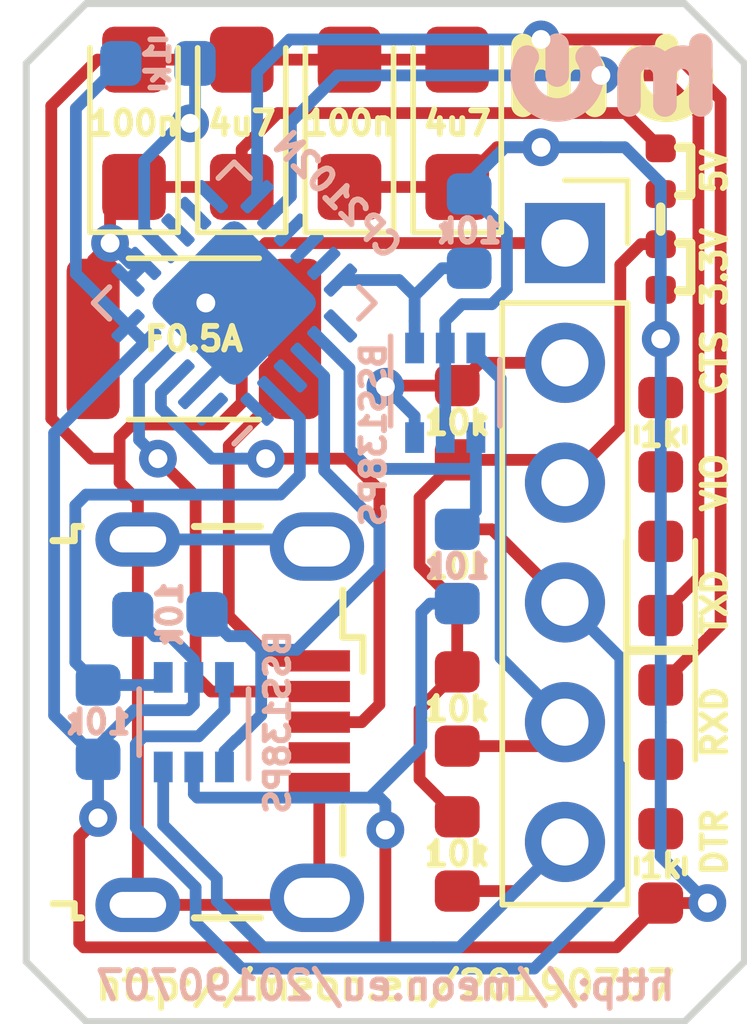
<source format=kicad_pcb>
(kicad_pcb (version 20171130) (host pcbnew 5.0.2+dfsg1-1~bpo9+1)

  (general
    (thickness 1.6)
    (drawings 24)
    (tracks 261)
    (zones 0)
    (modules 26)
    (nets 21)
  )

  (page A4)
  (layers
    (0 F.Cu signal)
    (31 B.Cu signal)
    (32 B.Adhes user)
    (33 F.Adhes user)
    (34 B.Paste user)
    (35 F.Paste user)
    (36 B.SilkS user)
    (37 F.SilkS user)
    (38 B.Mask user)
    (39 F.Mask user)
    (40 Dwgs.User user)
    (41 Cmts.User user)
    (42 Eco1.User user)
    (43 Eco2.User user)
    (44 Edge.Cuts user)
    (45 Margin user)
    (46 B.CrtYd user)
    (47 F.CrtYd user)
    (48 B.Fab user)
    (49 F.Fab user)
  )

  (setup
    (last_trace_width 0.25)
    (trace_clearance 0.2)
    (zone_clearance 0.508)
    (zone_45_only no)
    (trace_min 0.2)
    (segment_width 0.2)
    (edge_width 0.15)
    (via_size 0.8)
    (via_drill 0.4)
    (via_min_size 0.4)
    (via_min_drill 0.3)
    (uvia_size 0.3)
    (uvia_drill 0.1)
    (uvias_allowed no)
    (uvia_min_size 0.2)
    (uvia_min_drill 0.1)
    (pcb_text_width 0.3)
    (pcb_text_size 1.5 1.5)
    (mod_edge_width 0.15)
    (mod_text_size 1 1)
    (mod_text_width 0.15)
    (pad_size 1.524 1.524)
    (pad_drill 0.762)
    (pad_to_mask_clearance 0.051)
    (solder_mask_min_width 0.25)
    (aux_axis_origin 0 0)
    (visible_elements FFFFFF7F)
    (pcbplotparams
      (layerselection 0x010fc_ffffffff)
      (usegerberextensions false)
      (usegerberattributes false)
      (usegerberadvancedattributes false)
      (creategerberjobfile false)
      (excludeedgelayer true)
      (linewidth 0.100000)
      (plotframeref false)
      (viasonmask false)
      (mode 1)
      (useauxorigin false)
      (hpglpennumber 1)
      (hpglpenspeed 20)
      (hpglpendiameter 15.000000)
      (psnegative false)
      (psa4output false)
      (plotreference true)
      (plotvalue true)
      (plotinvisibletext false)
      (padsonsilk false)
      (subtractmaskfromsilk false)
      (outputformat 1)
      (mirror false)
      (drillshape 1)
      (scaleselection 1)
      (outputdirectory ""))
  )

  (net 0 "")
  (net 1 +3V3)
  (net 2 GND)
  (net 3 +5V)
  (net 4 "Net-(D21-Pad2)")
  (net 5 "Net-(D22-Pad2)")
  (net 6 VIO)
  (net 7 U_CTS)
  (net 8 DTR)
  (net 9 U_DTR)
  (net 10 CTS)
  (net 11 RXD)
  (net 12 U_TXD)
  (net 13 TXD)
  (net 14 U_RXD)
  (net 15 "Net-(R2-Pad1)")
  (net 16 D-)
  (net 17 D+)
  (net 18 TXL)
  (net 19 RXL)
  (net 20 "Net-(F2-Pad2)")

  (net_class Default "This is the default net class."
    (clearance 0.2)
    (trace_width 0.25)
    (via_dia 0.8)
    (via_drill 0.4)
    (uvia_dia 0.3)
    (uvia_drill 0.1)
    (add_net +3V3)
    (add_net +5V)
    (add_net CTS)
    (add_net D+)
    (add_net D-)
    (add_net DTR)
    (add_net GND)
    (add_net "Net-(D21-Pad2)")
    (add_net "Net-(D22-Pad2)")
    (add_net "Net-(F2-Pad2)")
    (add_net "Net-(R2-Pad1)")
    (add_net RXD)
    (add_net RXL)
    (add_net TXD)
    (add_net TXL)
    (add_net U_CTS)
    (add_net U_DTR)
    (add_net U_RXD)
    (add_net U_TXD)
    (add_net VIO)
  )

  (module Capacitor_Tantalum_SMD:CP_EIA-3216-18_Kemet-A (layer F.Cu) (tedit 5D225F8E) (tstamp 5D3959E6)
    (at 84.074 73.66 90)
    (descr "Tantalum Capacitor SMD Kemet-A (3216-18 Metric), IPC_7351 nominal, (Body size from: http://www.kemet.com/Lists/ProductCatalog/Attachments/253/KEM_TC101_STD.pdf), generated with kicad-footprint-generator")
    (tags "capacitor tantalum")
    (path /5D23E753)
    (attr smd)
    (fp_text reference C21 (at 0 -1.75 90) (layer F.SilkS) hide
      (effects (font (size 1 1) (thickness 0.15)))
    )
    (fp_text value 4u7 (at 0 0 180) (layer F.SilkS)
      (effects (font (size 0.5 0.5) (thickness 0.125)))
    )
    (fp_text user %R (at 0 0 90) (layer F.Fab) hide
      (effects (font (size 0.8 0.8) (thickness 0.12)))
    )
    (fp_line (start 2.3 1.05) (end -2.3 1.05) (layer F.CrtYd) (width 0.05))
    (fp_line (start 2.3 -1.05) (end 2.3 1.05) (layer F.CrtYd) (width 0.05))
    (fp_line (start -2.3 -1.05) (end 2.3 -1.05) (layer F.CrtYd) (width 0.05))
    (fp_line (start -2.3 1.05) (end -2.3 -1.05) (layer F.CrtYd) (width 0.05))
    (fp_line (start -2.31 0.935) (end 1.6 0.935) (layer F.SilkS) (width 0.12))
    (fp_line (start -2.31 -0.935) (end -2.31 0.935) (layer F.SilkS) (width 0.12))
    (fp_line (start 1.6 -0.935) (end -2.31 -0.935) (layer F.SilkS) (width 0.12))
    (fp_line (start 1.6 0.8) (end 1.6 -0.8) (layer F.Fab) (width 0.1))
    (fp_line (start -1.6 0.8) (end 1.6 0.8) (layer F.Fab) (width 0.1))
    (fp_line (start -1.6 -0.4) (end -1.6 0.8) (layer F.Fab) (width 0.1))
    (fp_line (start -1.2 -0.8) (end -1.6 -0.4) (layer F.Fab) (width 0.1))
    (fp_line (start 1.6 -0.8) (end -1.2 -0.8) (layer F.Fab) (width 0.1))
    (pad 2 smd roundrect (at 1.35 0 90) (size 1.4 1.35) (layers F.Cu F.Paste F.Mask) (roundrect_rratio 0.185185)
      (net 2 GND))
    (pad 1 smd roundrect (at -1.35 0 90) (size 1.4 1.35) (layers F.Cu F.Paste F.Mask) (roundrect_rratio 0.185185)
      (net 1 +3V3))
    (model ${KISYS3DMOD}/Capacitor_Tantalum_SMD.3dshapes/CP_EIA-3216-18_Kemet-A.wrl
      (at (xyz 0 0 0))
      (scale (xyz 1 1 1))
      (rotate (xyz 0 0 0))
    )
  )

  (module Capacitor_Tantalum_SMD:CP_EIA-3216-18_Kemet-A (layer F.Cu) (tedit 5D225F4F) (tstamp 5D395AC7)
    (at 81.788 73.66 90)
    (descr "Tantalum Capacitor SMD Kemet-A (3216-18 Metric), IPC_7351 nominal, (Body size from: http://www.kemet.com/Lists/ProductCatalog/Attachments/253/KEM_TC101_STD.pdf), generated with kicad-footprint-generator")
    (tags "capacitor tantalum")
    (path /5D2445A7)
    (attr smd)
    (fp_text reference C22 (at 0 -1.75 90) (layer F.SilkS) hide
      (effects (font (size 1 1) (thickness 0.15)))
    )
    (fp_text value 100n (at 0 0 180) (layer F.SilkS)
      (effects (font (size 0.5 0.5) (thickness 0.125)))
    )
    (fp_line (start 1.6 -0.8) (end -1.2 -0.8) (layer F.Fab) (width 0.1))
    (fp_line (start -1.2 -0.8) (end -1.6 -0.4) (layer F.Fab) (width 0.1))
    (fp_line (start -1.6 -0.4) (end -1.6 0.8) (layer F.Fab) (width 0.1))
    (fp_line (start -1.6 0.8) (end 1.6 0.8) (layer F.Fab) (width 0.1))
    (fp_line (start 1.6 0.8) (end 1.6 -0.8) (layer F.Fab) (width 0.1))
    (fp_line (start 1.6 -0.935) (end -2.31 -0.935) (layer F.SilkS) (width 0.12))
    (fp_line (start -2.31 -0.935) (end -2.31 0.935) (layer F.SilkS) (width 0.12))
    (fp_line (start -2.31 0.935) (end 1.6 0.935) (layer F.SilkS) (width 0.12))
    (fp_line (start -2.3 1.05) (end -2.3 -1.05) (layer F.CrtYd) (width 0.05))
    (fp_line (start -2.3 -1.05) (end 2.3 -1.05) (layer F.CrtYd) (width 0.05))
    (fp_line (start 2.3 -1.05) (end 2.3 1.05) (layer F.CrtYd) (width 0.05))
    (fp_line (start 2.3 1.05) (end -2.3 1.05) (layer F.CrtYd) (width 0.05))
    (fp_text user %R (at 0 0 90) (layer F.Fab) hide
      (effects (font (size 0.8 0.8) (thickness 0.12)))
    )
    (pad 1 smd roundrect (at -1.35 0 90) (size 1.4 1.35) (layers F.Cu F.Paste F.Mask) (roundrect_rratio 0.185185)
      (net 1 +3V3))
    (pad 2 smd roundrect (at 1.35 0 90) (size 1.4 1.35) (layers F.Cu F.Paste F.Mask) (roundrect_rratio 0.185185)
      (net 2 GND))
    (model ${KISYS3DMOD}/Capacitor_Tantalum_SMD.3dshapes/CP_EIA-3216-18_Kemet-A.wrl
      (at (xyz 0 0 0))
      (scale (xyz 1 1 1))
      (rotate (xyz 0 0 0))
    )
  )

  (module Capacitor_Tantalum_SMD:CP_EIA-3216-18_Kemet-A (layer F.Cu) (tedit 5D225F33) (tstamp 5D395839)
    (at 79.502 73.66 90)
    (descr "Tantalum Capacitor SMD Kemet-A (3216-18 Metric), IPC_7351 nominal, (Body size from: http://www.kemet.com/Lists/ProductCatalog/Attachments/253/KEM_TC101_STD.pdf), generated with kicad-footprint-generator")
    (tags "capacitor tantalum")
    (path /5D24F758)
    (attr smd)
    (fp_text reference C23 (at 0 -1.75 90) (layer F.SilkS) hide
      (effects (font (size 1 1) (thickness 0.15)))
    )
    (fp_text value 4u7 (at 0 0 180) (layer F.SilkS)
      (effects (font (size 0.5 0.5) (thickness 0.125)))
    )
    (fp_text user %R (at 0 0 90) (layer F.Fab) hide
      (effects (font (size 0.8 0.8) (thickness 0.12)))
    )
    (fp_line (start 2.3 1.05) (end -2.3 1.05) (layer F.CrtYd) (width 0.05))
    (fp_line (start 2.3 -1.05) (end 2.3 1.05) (layer F.CrtYd) (width 0.05))
    (fp_line (start -2.3 -1.05) (end 2.3 -1.05) (layer F.CrtYd) (width 0.05))
    (fp_line (start -2.3 1.05) (end -2.3 -1.05) (layer F.CrtYd) (width 0.05))
    (fp_line (start -2.31 0.935) (end 1.6 0.935) (layer F.SilkS) (width 0.12))
    (fp_line (start -2.31 -0.935) (end -2.31 0.935) (layer F.SilkS) (width 0.12))
    (fp_line (start 1.6 -0.935) (end -2.31 -0.935) (layer F.SilkS) (width 0.12))
    (fp_line (start 1.6 0.8) (end 1.6 -0.8) (layer F.Fab) (width 0.1))
    (fp_line (start -1.6 0.8) (end 1.6 0.8) (layer F.Fab) (width 0.1))
    (fp_line (start -1.6 -0.4) (end -1.6 0.8) (layer F.Fab) (width 0.1))
    (fp_line (start -1.2 -0.8) (end -1.6 -0.4) (layer F.Fab) (width 0.1))
    (fp_line (start 1.6 -0.8) (end -1.2 -0.8) (layer F.Fab) (width 0.1))
    (pad 2 smd roundrect (at 1.35 0 90) (size 1.4 1.35) (layers F.Cu F.Paste F.Mask) (roundrect_rratio 0.185185)
      (net 2 GND))
    (pad 1 smd roundrect (at -1.35 0 90) (size 1.4 1.35) (layers F.Cu F.Paste F.Mask) (roundrect_rratio 0.185185)
      (net 3 +5V))
    (model ${KISYS3DMOD}/Capacitor_Tantalum_SMD.3dshapes/CP_EIA-3216-18_Kemet-A.wrl
      (at (xyz 0 0 0))
      (scale (xyz 1 1 1))
      (rotate (xyz 0 0 0))
    )
  )

  (module Capacitor_Tantalum_SMD:CP_EIA-3216-18_Kemet-A (layer F.Cu) (tedit 5D225F02) (tstamp 5D3955F3)
    (at 77.216 73.66 90)
    (descr "Tantalum Capacitor SMD Kemet-A (3216-18 Metric), IPC_7351 nominal, (Body size from: http://www.kemet.com/Lists/ProductCatalog/Attachments/253/KEM_TC101_STD.pdf), generated with kicad-footprint-generator")
    (tags "capacitor tantalum")
    (path /5D24F75E)
    (attr smd)
    (fp_text reference C24 (at 0 -1.75 90) (layer F.SilkS) hide
      (effects (font (size 1 1) (thickness 0.15)))
    )
    (fp_text value 100n (at 0 0 180) (layer F.SilkS)
      (effects (font (size 0.5 0.5) (thickness 0.125)))
    )
    (fp_line (start 1.6 -0.8) (end -1.2 -0.8) (layer F.Fab) (width 0.1))
    (fp_line (start -1.2 -0.8) (end -1.6 -0.4) (layer F.Fab) (width 0.1))
    (fp_line (start -1.6 -0.4) (end -1.6 0.8) (layer F.Fab) (width 0.1))
    (fp_line (start -1.6 0.8) (end 1.6 0.8) (layer F.Fab) (width 0.1))
    (fp_line (start 1.6 0.8) (end 1.6 -0.8) (layer F.Fab) (width 0.1))
    (fp_line (start 1.6 -0.935) (end -2.31 -0.935) (layer F.SilkS) (width 0.12))
    (fp_line (start -2.31 -0.935) (end -2.31 0.935) (layer F.SilkS) (width 0.12))
    (fp_line (start -2.31 0.935) (end 1.6 0.935) (layer F.SilkS) (width 0.12))
    (fp_line (start -2.3 1.05) (end -2.3 -1.05) (layer F.CrtYd) (width 0.05))
    (fp_line (start -2.3 -1.05) (end 2.3 -1.05) (layer F.CrtYd) (width 0.05))
    (fp_line (start 2.3 -1.05) (end 2.3 1.05) (layer F.CrtYd) (width 0.05))
    (fp_line (start 2.3 1.05) (end -2.3 1.05) (layer F.CrtYd) (width 0.05))
    (fp_text user %R (at 0 0 90) (layer F.Fab) hide
      (effects (font (size 0.8 0.8) (thickness 0.12)))
    )
    (pad 1 smd roundrect (at -1.35 0 90) (size 1.4 1.35) (layers F.Cu F.Paste F.Mask) (roundrect_rratio 0.185185)
      (net 3 +5V))
    (pad 2 smd roundrect (at 1.35 0 90) (size 1.4 1.35) (layers F.Cu F.Paste F.Mask) (roundrect_rratio 0.185185)
      (net 2 GND))
    (model ${KISYS3DMOD}/Capacitor_Tantalum_SMD.3dshapes/CP_EIA-3216-18_Kemet-A.wrl
      (at (xyz 0 0 0))
      (scale (xyz 1 1 1))
      (rotate (xyz 0 0 0))
    )
  )

  (module Connector_USB:USB_Micro-B_Wuerth_629105150521 (layer F.Cu) (tedit 5D225FE1) (tstamp 5D39593F)
    (at 79.248 86.36 270)
    (descr "USB Micro-B receptacle, http://www.mouser.com/ds/2/445/629105150521-469306.pdf")
    (tags "usb micro receptacle")
    (path /5D1F630A)
    (attr smd)
    (fp_text reference J2 (at 0 -3.5 270) (layer F.SilkS) hide
      (effects (font (size 1 1) (thickness 0.15)))
    )
    (fp_text value USB_B_Micro (at 0 5.6 270) (layer F.Fab) hide
      (effects (font (size 1 1) (thickness 0.15)))
    )
    (fp_line (start -4 -2.25) (end -4 3.15) (layer F.Fab) (width 0.15))
    (fp_line (start -4 3.15) (end -3.7 3.15) (layer F.Fab) (width 0.15))
    (fp_line (start -3.7 3.15) (end -3.7 4.35) (layer F.Fab) (width 0.15))
    (fp_line (start -3.7 4.35) (end 3.7 4.35) (layer F.Fab) (width 0.15))
    (fp_line (start 3.7 4.35) (end 3.7 3.15) (layer F.Fab) (width 0.15))
    (fp_line (start 3.7 3.15) (end 4 3.15) (layer F.Fab) (width 0.15))
    (fp_line (start 4 3.15) (end 4 -2.25) (layer F.Fab) (width 0.15))
    (fp_line (start 4 -2.25) (end -4 -2.25) (layer F.Fab) (width 0.15))
    (fp_line (start -2.7 3.75) (end 2.7 3.75) (layer F.Fab) (width 0.15))
    (fp_line (start -1.075 -2.725) (end -1.3 -2.55) (layer F.Fab) (width 0.15))
    (fp_line (start -1.3 -2.55) (end -1.525 -2.725) (layer F.Fab) (width 0.15))
    (fp_line (start -1.525 -2.725) (end -1.525 -2.95) (layer F.Fab) (width 0.15))
    (fp_line (start -1.525 -2.95) (end -1.075 -2.95) (layer F.Fab) (width 0.15))
    (fp_line (start -1.075 -2.95) (end -1.075 -2.725) (layer F.Fab) (width 0.15))
    (fp_line (start -4.15 -0.65) (end -4.15 0.75) (layer F.SilkS) (width 0.15))
    (fp_line (start -4.15 3.15) (end -4.15 3.3) (layer F.SilkS) (width 0.15))
    (fp_line (start -4.15 3.3) (end -3.85 3.3) (layer F.SilkS) (width 0.15))
    (fp_line (start -3.85 3.3) (end -3.85 3.75) (layer F.SilkS) (width 0.15))
    (fp_line (start 3.85 3.75) (end 3.85 3.3) (layer F.SilkS) (width 0.15))
    (fp_line (start 3.85 3.3) (end 4.15 3.3) (layer F.SilkS) (width 0.15))
    (fp_line (start 4.15 3.3) (end 4.15 3.15) (layer F.SilkS) (width 0.15))
    (fp_line (start 4.15 0.75) (end 4.15 -0.65) (layer F.SilkS) (width 0.15))
    (fp_line (start -1.075 -2.825) (end -1.8 -2.825) (layer F.SilkS) (width 0.15))
    (fp_line (start -1.8 -2.825) (end -1.8 -2.4) (layer F.SilkS) (width 0.15))
    (fp_line (start -1.8 -2.4) (end -2.8 -2.4) (layer F.SilkS) (width 0.15))
    (fp_line (start 1.8 -2.4) (end 2.8 -2.4) (layer F.SilkS) (width 0.15))
    (fp_line (start -4.94 -3.34) (end -4.94 4.85) (layer F.CrtYd) (width 0.05))
    (fp_line (start -4.94 4.85) (end 4.95 4.85) (layer F.CrtYd) (width 0.05))
    (fp_line (start 4.95 4.85) (end 4.95 -3.34) (layer F.CrtYd) (width 0.05))
    (fp_line (start 4.95 -3.34) (end -4.94 -3.34) (layer F.CrtYd) (width 0.05))
    (fp_text user %R (at 0 1.05 270) (layer F.Fab) hide
      (effects (font (size 1 1) (thickness 0.15)))
    )
    (fp_text user "PCB Edge" (at 0 3.75 270) (layer Dwgs.User)
      (effects (font (size 0.5 0.5) (thickness 0.08)))
    )
    (pad 1 smd rect (at -1.3 -1.9 270) (size 0.45 1.3) (layers F.Cu F.Paste F.Mask)
      (net 20 "Net-(F2-Pad2)"))
    (pad 2 smd rect (at -0.65 -1.9 270) (size 0.45 1.3) (layers F.Cu F.Paste F.Mask)
      (net 16 D-))
    (pad 3 smd rect (at 0 -1.9 270) (size 0.45 1.3) (layers F.Cu F.Paste F.Mask)
      (net 17 D+))
    (pad 4 smd rect (at 0.65 -1.9 270) (size 0.45 1.3) (layers F.Cu F.Paste F.Mask))
    (pad 5 smd rect (at 1.3 -1.9 270) (size 0.45 1.3) (layers F.Cu F.Paste F.Mask)
      (net 2 GND))
    (pad 6 thru_hole oval (at -3.725 -1.85 270) (size 1.45 2) (drill oval 0.85 1.4) (layers *.Cu *.Mask)
      (net 2 GND))
    (pad 6 thru_hole oval (at 3.725 -1.85 270) (size 1.45 2) (drill oval 0.85 1.4) (layers *.Cu *.Mask)
      (net 2 GND))
    (pad 6 thru_hole oval (at -3.875 1.95 270) (size 1.15 1.8) (drill oval 0.55 1.2) (layers *.Cu *.Mask)
      (net 2 GND))
    (pad 6 thru_hole oval (at 3.875 1.95 270) (size 1.15 1.8) (drill oval 0.55 1.2) (layers *.Cu *.Mask)
      (net 2 GND))
    (pad "" np_thru_hole oval (at -2.5 -0.8 270) (size 0.8 0.8) (drill 0.8) (layers *.Cu *.Mask))
    (pad "" np_thru_hole oval (at 2.5 -0.8 270) (size 0.8 0.8) (drill 0.8) (layers *.Cu *.Mask))
    (model ${KISYS3DMOD}/Connector_USB.3dshapes/USB_Micro-B_Wuerth_629105150521.wrl
      (at (xyz 0 0 0))
      (scale (xyz 1 1 1))
      (rotate (xyz 0 0 0))
    )
  )

  (module Package_TO_SOT_SMD:SOT-363_SC-70-6 (layer B.Cu) (tedit 5D225E52) (tstamp 5D395B00)
    (at 78.486 86.36 90)
    (descr "SOT-363, SC-70-6")
    (tags "SOT-363 SC-70-6")
    (path /5D21A10E)
    (attr smd)
    (fp_text reference Q3 (at 0 2 90) (layer B.SilkS) hide
      (effects (font (size 1 1) (thickness 0.15)) (justify mirror))
    )
    (fp_text value BSS138PS (at 0 1.778 270) (layer B.SilkS)
      (effects (font (size 0.5 0.5) (thickness 0.125)) (justify mirror))
    )
    (fp_line (start -0.175 1.1) (end -0.675 0.6) (layer B.Fab) (width 0.1))
    (fp_line (start 0.675 -1.1) (end -0.675 -1.1) (layer B.Fab) (width 0.1))
    (fp_line (start 0.675 1.1) (end 0.675 -1.1) (layer B.Fab) (width 0.1))
    (fp_line (start -1.6 -1.4) (end 1.6 -1.4) (layer B.CrtYd) (width 0.05))
    (fp_line (start -0.675 0.6) (end -0.675 -1.1) (layer B.Fab) (width 0.1))
    (fp_line (start 0.675 1.1) (end -0.175 1.1) (layer B.Fab) (width 0.1))
    (fp_line (start -1.6 1.4) (end 1.6 1.4) (layer B.CrtYd) (width 0.05))
    (fp_line (start -1.6 1.4) (end -1.6 -1.4) (layer B.CrtYd) (width 0.05))
    (fp_line (start 1.6 -1.4) (end 1.6 1.4) (layer B.CrtYd) (width 0.05))
    (fp_line (start -0.7 -1.16) (end 0.7 -1.16) (layer B.SilkS) (width 0.12))
    (fp_line (start 0.7 1.16) (end -1.2 1.16) (layer B.SilkS) (width 0.12))
    (fp_text user %R (at 0 0) (layer B.Fab)
      (effects (font (size 0.5 0.5) (thickness 0.075)) (justify mirror))
    )
    (pad 6 smd rect (at 0.95 0.65 90) (size 0.65 0.4) (layers B.Cu B.Paste B.Mask)
      (net 13 TXD))
    (pad 4 smd rect (at 0.95 -0.65 90) (size 0.65 0.4) (layers B.Cu B.Paste B.Mask)
      (net 9 U_DTR))
    (pad 2 smd rect (at -0.95 0 90) (size 0.65 0.4) (layers B.Cu B.Paste B.Mask)
      (net 1 +3V3))
    (pad 5 smd rect (at 0.95 0 90) (size 0.65 0.4) (layers B.Cu B.Paste B.Mask)
      (net 1 +3V3))
    (pad 3 smd rect (at -0.95 -0.65 90) (size 0.65 0.4) (layers B.Cu B.Paste B.Mask)
      (net 8 DTR))
    (pad 1 smd rect (at -0.95 0.65 90) (size 0.65 0.4) (layers B.Cu B.Paste B.Mask)
      (net 12 U_TXD))
    (model ${KISYS3DMOD}/Package_TO_SOT_SMD.3dshapes/SOT-363_SC-70-6.wrl
      (at (xyz 0 0 0))
      (scale (xyz 1 1 1))
      (rotate (xyz 0 0 0))
    )
  )

  (module Package_TO_SOT_SMD:SOT-363_SC-70-6 (layer B.Cu) (tedit 5D225E7C) (tstamp 5D39567A)
    (at 83.82 79.375 270)
    (descr "SOT-363, SC-70-6")
    (tags "SOT-363 SC-70-6")
    (path /5D22EE93)
    (attr smd)
    (fp_text reference Q4 (at 0 2 270) (layer B.SilkS) hide
      (effects (font (size 1 1) (thickness 0.15)) (justify mirror))
    )
    (fp_text value BSS138PS (at 0.889 1.524 90) (layer B.SilkS)
      (effects (font (size 0.5 0.5) (thickness 0.125)) (justify mirror))
    )
    (fp_text user %R (at 0 0 180) (layer B.Fab)
      (effects (font (size 0.5 0.5) (thickness 0.075)) (justify mirror))
    )
    (fp_line (start 0.7 1.16) (end -1.2 1.16) (layer B.SilkS) (width 0.12))
    (fp_line (start -0.7 -1.16) (end 0.7 -1.16) (layer B.SilkS) (width 0.12))
    (fp_line (start 1.6 -1.4) (end 1.6 1.4) (layer B.CrtYd) (width 0.05))
    (fp_line (start -1.6 1.4) (end -1.6 -1.4) (layer B.CrtYd) (width 0.05))
    (fp_line (start -1.6 1.4) (end 1.6 1.4) (layer B.CrtYd) (width 0.05))
    (fp_line (start 0.675 1.1) (end -0.175 1.1) (layer B.Fab) (width 0.1))
    (fp_line (start -0.675 0.6) (end -0.675 -1.1) (layer B.Fab) (width 0.1))
    (fp_line (start -1.6 -1.4) (end 1.6 -1.4) (layer B.CrtYd) (width 0.05))
    (fp_line (start 0.675 1.1) (end 0.675 -1.1) (layer B.Fab) (width 0.1))
    (fp_line (start 0.675 -1.1) (end -0.675 -1.1) (layer B.Fab) (width 0.1))
    (fp_line (start -0.175 1.1) (end -0.675 0.6) (layer B.Fab) (width 0.1))
    (pad 1 smd rect (at -0.95 0.65 270) (size 0.65 0.4) (layers B.Cu B.Paste B.Mask)
      (net 7 U_CTS))
    (pad 3 smd rect (at -0.95 -0.65 270) (size 0.65 0.4) (layers B.Cu B.Paste B.Mask)
      (net 11 RXD))
    (pad 5 smd rect (at 0.95 0 270) (size 0.65 0.4) (layers B.Cu B.Paste B.Mask)
      (net 1 +3V3))
    (pad 2 smd rect (at -0.95 0 270) (size 0.65 0.4) (layers B.Cu B.Paste B.Mask)
      (net 1 +3V3))
    (pad 4 smd rect (at 0.95 -0.65 270) (size 0.65 0.4) (layers B.Cu B.Paste B.Mask)
      (net 14 U_RXD))
    (pad 6 smd rect (at 0.95 0.65 270) (size 0.65 0.4) (layers B.Cu B.Paste B.Mask)
      (net 10 CTS))
    (model ${KISYS3DMOD}/Package_TO_SOT_SMD.3dshapes/SOT-363_SC-70-6.wrl
      (at (xyz 0 0 0))
      (scale (xyz 1 1 1))
      (rotate (xyz 0 0 0))
    )
  )

  (module Resistor_SMD:R_0603_1608Metric (layer B.Cu) (tedit 5D225D5D) (tstamp 5D3959B1)
    (at 77.724 72.39 180)
    (descr "Resistor SMD 0603 (1608 Metric), square (rectangular) end terminal, IPC_7351 nominal, (Body size source: http://www.tortai-tech.com/upload/download/2011102023233369053.pdf), generated with kicad-footprint-generator")
    (tags resistor)
    (path /5D1E7A29)
    (attr smd)
    (fp_text reference R2 (at 0 1.43 180) (layer B.SilkS) hide
      (effects (font (size 1 1) (thickness 0.15)) (justify mirror))
    )
    (fp_text value 1k (at 0 0 270) (layer B.SilkS)
      (effects (font (size 0.5 0.5) (thickness 0.125)) (justify mirror))
    )
    (fp_line (start -0.8 -0.4) (end -0.8 0.4) (layer B.Fab) (width 0.1))
    (fp_line (start -0.8 0.4) (end 0.8 0.4) (layer B.Fab) (width 0.1))
    (fp_line (start 0.8 0.4) (end 0.8 -0.4) (layer B.Fab) (width 0.1))
    (fp_line (start 0.8 -0.4) (end -0.8 -0.4) (layer B.Fab) (width 0.1))
    (fp_line (start -0.162779 0.51) (end 0.162779 0.51) (layer B.SilkS) (width 0.12))
    (fp_line (start -0.162779 -0.51) (end 0.162779 -0.51) (layer B.SilkS) (width 0.12))
    (fp_line (start -1.48 -0.73) (end -1.48 0.73) (layer B.CrtYd) (width 0.05))
    (fp_line (start -1.48 0.73) (end 1.48 0.73) (layer B.CrtYd) (width 0.05))
    (fp_line (start 1.48 0.73) (end 1.48 -0.73) (layer B.CrtYd) (width 0.05))
    (fp_line (start 1.48 -0.73) (end -1.48 -0.73) (layer B.CrtYd) (width 0.05))
    (fp_text user %R (at 0 0 180) (layer B.Fab)
      (effects (font (size 0.4 0.4) (thickness 0.06)) (justify mirror))
    )
    (pad 1 smd roundrect (at -0.7875 0 180) (size 0.875 0.95) (layers B.Cu B.Paste B.Mask) (roundrect_rratio 0.25)
      (net 15 "Net-(R2-Pad1)"))
    (pad 2 smd roundrect (at 0.7875 0 180) (size 0.875 0.95) (layers B.Cu B.Paste B.Mask) (roundrect_rratio 0.25)
      (net 1 +3V3))
    (model ${KISYS3DMOD}/Resistor_SMD.3dshapes/R_0603_1608Metric.wrl
      (at (xyz 0 0 0))
      (scale (xyz 1 1 1))
      (rotate (xyz 0 0 0))
    )
  )

  (module Resistor_SMD:R_0603_1608Metric (layer B.Cu) (tedit 5D225DBE) (tstamp 5D395BA0)
    (at 77.978 84.074 180)
    (descr "Resistor SMD 0603 (1608 Metric), square (rectangular) end terminal, IPC_7351 nominal, (Body size source: http://www.tortai-tech.com/upload/download/2011102023233369053.pdf), generated with kicad-footprint-generator")
    (tags resistor)
    (path /5D218D5A)
    (attr smd)
    (fp_text reference R31 (at 0 1.43 180) (layer B.SilkS) hide
      (effects (font (size 1 1) (thickness 0.15)) (justify mirror))
    )
    (fp_text value 10k (at 0 0 270) (layer B.SilkS)
      (effects (font (size 0.5 0.5) (thickness 0.125)) (justify mirror))
    )
    (fp_line (start -0.8 -0.4) (end -0.8 0.4) (layer B.Fab) (width 0.1))
    (fp_line (start -0.8 0.4) (end 0.8 0.4) (layer B.Fab) (width 0.1))
    (fp_line (start 0.8 0.4) (end 0.8 -0.4) (layer B.Fab) (width 0.1))
    (fp_line (start 0.8 -0.4) (end -0.8 -0.4) (layer B.Fab) (width 0.1))
    (fp_line (start -0.162779 0.51) (end 0.162779 0.51) (layer B.SilkS) (width 0.12))
    (fp_line (start -0.162779 -0.51) (end 0.162779 -0.51) (layer B.SilkS) (width 0.12))
    (fp_line (start -1.48 -0.73) (end -1.48 0.73) (layer B.CrtYd) (width 0.05))
    (fp_line (start -1.48 0.73) (end 1.48 0.73) (layer B.CrtYd) (width 0.05))
    (fp_line (start 1.48 0.73) (end 1.48 -0.73) (layer B.CrtYd) (width 0.05))
    (fp_line (start 1.48 -0.73) (end -1.48 -0.73) (layer B.CrtYd) (width 0.05))
    (fp_text user %R (at 0 0 180) (layer B.Fab)
      (effects (font (size 0.4 0.4) (thickness 0.06)) (justify mirror))
    )
    (pad 1 smd roundrect (at -0.7875 0 180) (size 0.875 0.95) (layers B.Cu B.Paste B.Mask) (roundrect_rratio 0.25)
      (net 12 U_TXD))
    (pad 2 smd roundrect (at 0.7875 0 180) (size 0.875 0.95) (layers B.Cu B.Paste B.Mask) (roundrect_rratio 0.25)
      (net 1 +3V3))
    (model ${KISYS3DMOD}/Resistor_SMD.3dshapes/R_0603_1608Metric.wrl
      (at (xyz 0 0 0))
      (scale (xyz 1 1 1))
      (rotate (xyz 0 0 0))
    )
  )

  (module Resistor_SMD:R_0603_1608Metric (layer F.Cu) (tedit 5D2260CC) (tstamp 5D3958EE)
    (at 84.074 89.154 90)
    (descr "Resistor SMD 0603 (1608 Metric), square (rectangular) end terminal, IPC_7351 nominal, (Body size source: http://www.tortai-tech.com/upload/download/2011102023233369053.pdf), generated with kicad-footprint-generator")
    (tags resistor)
    (path /5D22B5D0)
    (attr smd)
    (fp_text reference R33 (at 0 -1.43 90) (layer F.SilkS) hide
      (effects (font (size 1 1) (thickness 0.15)))
    )
    (fp_text value 10k (at 0 0 180) (layer F.SilkS)
      (effects (font (size 0.5 0.5) (thickness 0.125)))
    )
    (fp_line (start -0.8 0.4) (end -0.8 -0.4) (layer F.Fab) (width 0.1))
    (fp_line (start -0.8 -0.4) (end 0.8 -0.4) (layer F.Fab) (width 0.1))
    (fp_line (start 0.8 -0.4) (end 0.8 0.4) (layer F.Fab) (width 0.1))
    (fp_line (start 0.8 0.4) (end -0.8 0.4) (layer F.Fab) (width 0.1))
    (fp_line (start -0.162779 -0.51) (end 0.162779 -0.51) (layer F.SilkS) (width 0.12))
    (fp_line (start -0.162779 0.51) (end 0.162779 0.51) (layer F.SilkS) (width 0.12))
    (fp_line (start -1.48 0.73) (end -1.48 -0.73) (layer F.CrtYd) (width 0.05))
    (fp_line (start -1.48 -0.73) (end 1.48 -0.73) (layer F.CrtYd) (width 0.05))
    (fp_line (start 1.48 -0.73) (end 1.48 0.73) (layer F.CrtYd) (width 0.05))
    (fp_line (start 1.48 0.73) (end -1.48 0.73) (layer F.CrtYd) (width 0.05))
    (fp_text user %R (at 0 0 90) (layer F.Fab) hide
      (effects (font (size 0.4 0.4) (thickness 0.06)))
    )
    (pad 1 smd roundrect (at -0.7875 0 90) (size 0.875 0.95) (layers F.Cu F.Paste F.Mask) (roundrect_rratio 0.25)
      (net 8 DTR))
    (pad 2 smd roundrect (at 0.7875 0 90) (size 0.875 0.95) (layers F.Cu F.Paste F.Mask) (roundrect_rratio 0.25)
      (net 6 VIO))
    (model ${KISYS3DMOD}/Resistor_SMD.3dshapes/R_0603_1608Metric.wrl
      (at (xyz 0 0 0))
      (scale (xyz 1 1 1))
      (rotate (xyz 0 0 0))
    )
  )

  (module Resistor_SMD:R_0603_1608Metric (layer B.Cu) (tedit 5D225D9B) (tstamp 5D395CE1)
    (at 76.454 86.36 270)
    (descr "Resistor SMD 0603 (1608 Metric), square (rectangular) end terminal, IPC_7351 nominal, (Body size source: http://www.tortai-tech.com/upload/download/2011102023233369053.pdf), generated with kicad-footprint-generator")
    (tags resistor)
    (path /5D22B5C4)
    (attr smd)
    (fp_text reference R34 (at 0 1.43 270) (layer B.SilkS) hide
      (effects (font (size 1 1) (thickness 0.15)) (justify mirror))
    )
    (fp_text value 10k (at 0 0) (layer B.SilkS)
      (effects (font (size 0.5 0.5) (thickness 0.125)) (justify mirror))
    )
    (fp_text user %R (at 0 0 270) (layer B.Fab)
      (effects (font (size 0.4 0.4) (thickness 0.06)) (justify mirror))
    )
    (fp_line (start 1.48 -0.73) (end -1.48 -0.73) (layer B.CrtYd) (width 0.05))
    (fp_line (start 1.48 0.73) (end 1.48 -0.73) (layer B.CrtYd) (width 0.05))
    (fp_line (start -1.48 0.73) (end 1.48 0.73) (layer B.CrtYd) (width 0.05))
    (fp_line (start -1.48 -0.73) (end -1.48 0.73) (layer B.CrtYd) (width 0.05))
    (fp_line (start -0.162779 -0.51) (end 0.162779 -0.51) (layer B.SilkS) (width 0.12))
    (fp_line (start -0.162779 0.51) (end 0.162779 0.51) (layer B.SilkS) (width 0.12))
    (fp_line (start 0.8 -0.4) (end -0.8 -0.4) (layer B.Fab) (width 0.1))
    (fp_line (start 0.8 0.4) (end 0.8 -0.4) (layer B.Fab) (width 0.1))
    (fp_line (start -0.8 0.4) (end 0.8 0.4) (layer B.Fab) (width 0.1))
    (fp_line (start -0.8 -0.4) (end -0.8 0.4) (layer B.Fab) (width 0.1))
    (pad 2 smd roundrect (at 0.7875 0 270) (size 0.875 0.95) (layers B.Cu B.Paste B.Mask) (roundrect_rratio 0.25)
      (net 1 +3V3))
    (pad 1 smd roundrect (at -0.7875 0 270) (size 0.875 0.95) (layers B.Cu B.Paste B.Mask) (roundrect_rratio 0.25)
      (net 9 U_DTR))
    (model ${KISYS3DMOD}/Resistor_SMD.3dshapes/R_0603_1608Metric.wrl
      (at (xyz 0 0 0))
      (scale (xyz 1 1 1))
      (rotate (xyz 0 0 0))
    )
  )

  (module Resistor_SMD:R_0603_1608Metric (layer F.Cu) (tedit 5D2260E8) (tstamp 5D39589D)
    (at 84.074 83.058 270)
    (descr "Resistor SMD 0603 (1608 Metric), square (rectangular) end terminal, IPC_7351 nominal, (Body size source: http://www.tortai-tech.com/upload/download/2011102023233369053.pdf), generated with kicad-footprint-generator")
    (tags resistor)
    (path /5D21A336)
    (attr smd)
    (fp_text reference R36 (at 0 -1.43 270) (layer F.SilkS) hide
      (effects (font (size 1 1) (thickness 0.15)))
    )
    (fp_text value 10k (at 0 0) (layer F.SilkS)
      (effects (font (size 0.5 0.5) (thickness 0.125)))
    )
    (fp_line (start -0.8 0.4) (end -0.8 -0.4) (layer F.Fab) (width 0.1))
    (fp_line (start -0.8 -0.4) (end 0.8 -0.4) (layer F.Fab) (width 0.1))
    (fp_line (start 0.8 -0.4) (end 0.8 0.4) (layer F.Fab) (width 0.1))
    (fp_line (start 0.8 0.4) (end -0.8 0.4) (layer F.Fab) (width 0.1))
    (fp_line (start -0.162779 -0.51) (end 0.162779 -0.51) (layer F.SilkS) (width 0.12))
    (fp_line (start -0.162779 0.51) (end 0.162779 0.51) (layer F.SilkS) (width 0.12))
    (fp_line (start -1.48 0.73) (end -1.48 -0.73) (layer F.CrtYd) (width 0.05))
    (fp_line (start -1.48 -0.73) (end 1.48 -0.73) (layer F.CrtYd) (width 0.05))
    (fp_line (start 1.48 -0.73) (end 1.48 0.73) (layer F.CrtYd) (width 0.05))
    (fp_line (start 1.48 0.73) (end -1.48 0.73) (layer F.CrtYd) (width 0.05))
    (fp_text user %R (at 0 0 270) (layer F.Fab) hide
      (effects (font (size 0.4 0.4) (thickness 0.06)))
    )
    (pad 1 smd roundrect (at -0.7875 0 270) (size 0.875 0.95) (layers F.Cu F.Paste F.Mask) (roundrect_rratio 0.25)
      (net 13 TXD))
    (pad 2 smd roundrect (at 0.7875 0 270) (size 0.875 0.95) (layers F.Cu F.Paste F.Mask) (roundrect_rratio 0.25)
      (net 6 VIO))
    (model ${KISYS3DMOD}/Resistor_SMD.3dshapes/R_0603_1608Metric.wrl
      (at (xyz 0 0 0))
      (scale (xyz 1 1 1))
      (rotate (xyz 0 0 0))
    )
  )

  (module Resistor_SMD:R_0603_1608Metric (layer B.Cu) (tedit 5D225CB8) (tstamp 5D395BE5)
    (at 84.328 75.946 90)
    (descr "Resistor SMD 0603 (1608 Metric), square (rectangular) end terminal, IPC_7351 nominal, (Body size source: http://www.tortai-tech.com/upload/download/2011102023233369053.pdf), generated with kicad-footprint-generator")
    (tags resistor)
    (path /5D22EE8D)
    (attr smd)
    (fp_text reference R41 (at 0 1.43 90) (layer B.SilkS) hide
      (effects (font (size 1 1) (thickness 0.15)) (justify mirror))
    )
    (fp_text value 10k (at 0 0 180) (layer B.SilkS)
      (effects (font (size 0.5 0.5) (thickness 0.125)) (justify mirror))
    )
    (fp_line (start -0.8 -0.4) (end -0.8 0.4) (layer B.Fab) (width 0.1))
    (fp_line (start -0.8 0.4) (end 0.8 0.4) (layer B.Fab) (width 0.1))
    (fp_line (start 0.8 0.4) (end 0.8 -0.4) (layer B.Fab) (width 0.1))
    (fp_line (start 0.8 -0.4) (end -0.8 -0.4) (layer B.Fab) (width 0.1))
    (fp_line (start -0.162779 0.51) (end 0.162779 0.51) (layer B.SilkS) (width 0.12))
    (fp_line (start -0.162779 -0.51) (end 0.162779 -0.51) (layer B.SilkS) (width 0.12))
    (fp_line (start -1.48 -0.73) (end -1.48 0.73) (layer B.CrtYd) (width 0.05))
    (fp_line (start -1.48 0.73) (end 1.48 0.73) (layer B.CrtYd) (width 0.05))
    (fp_line (start 1.48 0.73) (end 1.48 -0.73) (layer B.CrtYd) (width 0.05))
    (fp_line (start 1.48 -0.73) (end -1.48 -0.73) (layer B.CrtYd) (width 0.05))
    (fp_text user %R (at 0 0 90) (layer B.Fab)
      (effects (font (size 0.4 0.4) (thickness 0.06)) (justify mirror))
    )
    (pad 1 smd roundrect (at -0.7875 0 90) (size 0.875 0.95) (layers B.Cu B.Paste B.Mask) (roundrect_rratio 0.25)
      (net 7 U_CTS))
    (pad 2 smd roundrect (at 0.7875 0 90) (size 0.875 0.95) (layers B.Cu B.Paste B.Mask) (roundrect_rratio 0.25)
      (net 1 +3V3))
    (model ${KISYS3DMOD}/Resistor_SMD.3dshapes/R_0603_1608Metric.wrl
      (at (xyz 0 0 0))
      (scale (xyz 1 1 1))
      (rotate (xyz 0 0 0))
    )
  )

  (module Resistor_SMD:R_0603_1608Metric (layer F.Cu) (tedit 5D2260B9) (tstamp 5D395B61)
    (at 84.074 86.0805 90)
    (descr "Resistor SMD 0603 (1608 Metric), square (rectangular) end terminal, IPC_7351 nominal, (Body size source: http://www.tortai-tech.com/upload/download/2011102023233369053.pdf), generated with kicad-footprint-generator")
    (tags resistor)
    (path /5D22EEBD)
    (attr smd)
    (fp_text reference R43 (at 0 -1.43 90) (layer F.SilkS) hide
      (effects (font (size 1 1) (thickness 0.15)))
    )
    (fp_text value 10k (at 0 0 180) (layer F.SilkS)
      (effects (font (size 0.5 0.5) (thickness 0.125)))
    )
    (fp_text user %R (at 0 0 90) (layer F.Fab)
      (effects (font (size 0.4 0.4) (thickness 0.06)))
    )
    (fp_line (start 1.48 0.73) (end -1.48 0.73) (layer F.CrtYd) (width 0.05))
    (fp_line (start 1.48 -0.73) (end 1.48 0.73) (layer F.CrtYd) (width 0.05))
    (fp_line (start -1.48 -0.73) (end 1.48 -0.73) (layer F.CrtYd) (width 0.05))
    (fp_line (start -1.48 0.73) (end -1.48 -0.73) (layer F.CrtYd) (width 0.05))
    (fp_line (start -0.162779 0.51) (end 0.162779 0.51) (layer F.SilkS) (width 0.12))
    (fp_line (start -0.162779 -0.51) (end 0.162779 -0.51) (layer F.SilkS) (width 0.12))
    (fp_line (start 0.8 0.4) (end -0.8 0.4) (layer F.Fab) (width 0.1))
    (fp_line (start 0.8 -0.4) (end 0.8 0.4) (layer F.Fab) (width 0.1))
    (fp_line (start -0.8 -0.4) (end 0.8 -0.4) (layer F.Fab) (width 0.1))
    (fp_line (start -0.8 0.4) (end -0.8 -0.4) (layer F.Fab) (width 0.1))
    (pad 2 smd roundrect (at 0.7875 0 90) (size 0.875 0.95) (layers F.Cu F.Paste F.Mask) (roundrect_rratio 0.25)
      (net 6 VIO))
    (pad 1 smd roundrect (at -0.7875 0 90) (size 0.875 0.95) (layers F.Cu F.Paste F.Mask) (roundrect_rratio 0.25)
      (net 11 RXD))
    (model ${KISYS3DMOD}/Resistor_SMD.3dshapes/R_0603_1608Metric.wrl
      (at (xyz 0 0 0))
      (scale (xyz 1 1 1))
      (rotate (xyz 0 0 0))
    )
  )

  (module Resistor_SMD:R_0603_1608Metric (layer B.Cu) (tedit 5D225C93) (tstamp 5D39559A)
    (at 84.074 83.058 270)
    (descr "Resistor SMD 0603 (1608 Metric), square (rectangular) end terminal, IPC_7351 nominal, (Body size source: http://www.tortai-tech.com/upload/download/2011102023233369053.pdf), generated with kicad-footprint-generator")
    (tags resistor)
    (path /5D22EEB7)
    (attr smd)
    (fp_text reference R44 (at 0 1.43 270) (layer B.SilkS) hide
      (effects (font (size 1 1) (thickness 0.15)) (justify mirror))
    )
    (fp_text value 10k (at 0 0) (layer B.SilkS)
      (effects (font (size 0.5 0.5) (thickness 0.125)) (justify mirror))
    )
    (fp_text user %R (at 0 0 270) (layer B.Fab)
      (effects (font (size 0.4 0.4) (thickness 0.06)) (justify mirror))
    )
    (fp_line (start 1.48 -0.73) (end -1.48 -0.73) (layer B.CrtYd) (width 0.05))
    (fp_line (start 1.48 0.73) (end 1.48 -0.73) (layer B.CrtYd) (width 0.05))
    (fp_line (start -1.48 0.73) (end 1.48 0.73) (layer B.CrtYd) (width 0.05))
    (fp_line (start -1.48 -0.73) (end -1.48 0.73) (layer B.CrtYd) (width 0.05))
    (fp_line (start -0.162779 -0.51) (end 0.162779 -0.51) (layer B.SilkS) (width 0.12))
    (fp_line (start -0.162779 0.51) (end 0.162779 0.51) (layer B.SilkS) (width 0.12))
    (fp_line (start 0.8 -0.4) (end -0.8 -0.4) (layer B.Fab) (width 0.1))
    (fp_line (start 0.8 0.4) (end 0.8 -0.4) (layer B.Fab) (width 0.1))
    (fp_line (start -0.8 0.4) (end 0.8 0.4) (layer B.Fab) (width 0.1))
    (fp_line (start -0.8 -0.4) (end -0.8 0.4) (layer B.Fab) (width 0.1))
    (pad 2 smd roundrect (at 0.7875 0 270) (size 0.875 0.95) (layers B.Cu B.Paste B.Mask) (roundrect_rratio 0.25)
      (net 1 +3V3))
    (pad 1 smd roundrect (at -0.7875 0 270) (size 0.875 0.95) (layers B.Cu B.Paste B.Mask) (roundrect_rratio 0.25)
      (net 14 U_RXD))
    (model ${KISYS3DMOD}/Resistor_SMD.3dshapes/R_0603_1608Metric.wrl
      (at (xyz 0 0 0))
      (scale (xyz 1 1 1))
      (rotate (xyz 0 0 0))
    )
  )

  (module Resistor_SMD:R_0603_1608Metric (layer F.Cu) (tedit 5D225F7B) (tstamp 5D3956E4)
    (at 84.074 80.01 270)
    (descr "Resistor SMD 0603 (1608 Metric), square (rectangular) end terminal, IPC_7351 nominal, (Body size source: http://www.tortai-tech.com/upload/download/2011102023233369053.pdf), generated with kicad-footprint-generator")
    (tags resistor)
    (path /5D22EE9F)
    (attr smd)
    (fp_text reference R46 (at 0 -1.43 270) (layer F.SilkS) hide
      (effects (font (size 1 1) (thickness 0.15)))
    )
    (fp_text value 10k (at 0 0) (layer F.SilkS)
      (effects (font (size 0.5 0.5) (thickness 0.125)))
    )
    (fp_text user %R (at 0 0 270) (layer F.Fab) hide
      (effects (font (size 0.4 0.4) (thickness 0.06)))
    )
    (fp_line (start 1.48 0.73) (end -1.48 0.73) (layer F.CrtYd) (width 0.05))
    (fp_line (start 1.48 -0.73) (end 1.48 0.73) (layer F.CrtYd) (width 0.05))
    (fp_line (start -1.48 -0.73) (end 1.48 -0.73) (layer F.CrtYd) (width 0.05))
    (fp_line (start -1.48 0.73) (end -1.48 -0.73) (layer F.CrtYd) (width 0.05))
    (fp_line (start -0.162779 0.51) (end 0.162779 0.51) (layer F.SilkS) (width 0.12))
    (fp_line (start -0.162779 -0.51) (end 0.162779 -0.51) (layer F.SilkS) (width 0.12))
    (fp_line (start 0.8 0.4) (end -0.8 0.4) (layer F.Fab) (width 0.1))
    (fp_line (start 0.8 -0.4) (end 0.8 0.4) (layer F.Fab) (width 0.1))
    (fp_line (start -0.8 -0.4) (end 0.8 -0.4) (layer F.Fab) (width 0.1))
    (fp_line (start -0.8 0.4) (end -0.8 -0.4) (layer F.Fab) (width 0.1))
    (pad 2 smd roundrect (at 0.7875 0 270) (size 0.875 0.95) (layers F.Cu F.Paste F.Mask) (roundrect_rratio 0.25)
      (net 6 VIO))
    (pad 1 smd roundrect (at -0.7875 0 270) (size 0.875 0.95) (layers F.Cu F.Paste F.Mask) (roundrect_rratio 0.25)
      (net 10 CTS))
    (model ${KISYS3DMOD}/Resistor_SMD.3dshapes/R_0603_1608Metric.wrl
      (at (xyz 0 0 0))
      (scale (xyz 1 1 1))
      (rotate (xyz 0 0 0))
    )
  )

  (module LED_SMD:LED_0603_1608Metric (layer F.Cu) (tedit 5D237CCF) (tstamp 5D395D9A)
    (at 88.392 83.312 90)
    (descr "LED SMD 0603 (1608 Metric), square (rectangular) end terminal, IPC_7351 nominal, (Body size source: http://www.tortai-tech.com/upload/download/2011102023233369053.pdf), generated with kicad-footprint-generator")
    (tags diode)
    (path /5D225A9E)
    (attr smd)
    (fp_text reference D21 (at 0 -1.43 90) (layer F.SilkS) hide
      (effects (font (size 1 1) (thickness 0.15)))
    )
    (fp_text value TX_LED (at 0 0 180) (layer F.SilkS) hide
      (effects (font (size 0.5 0.5) (thickness 0.125)))
    )
    (fp_line (start 0.8 -0.4) (end -0.5 -0.4) (layer F.Fab) (width 0.1))
    (fp_line (start -0.5 -0.4) (end -0.8 -0.1) (layer F.Fab) (width 0.1))
    (fp_line (start -0.8 -0.1) (end -0.8 0.4) (layer F.Fab) (width 0.1))
    (fp_line (start -0.8 0.4) (end 0.8 0.4) (layer F.Fab) (width 0.1))
    (fp_line (start 0.8 0.4) (end 0.8 -0.4) (layer F.Fab) (width 0.1))
    (fp_line (start 0.8 -0.735) (end -1.485 -0.735) (layer F.SilkS) (width 0.12))
    (fp_line (start -1.485 -0.735) (end -1.485 0.735) (layer F.SilkS) (width 0.12))
    (fp_line (start -1.485 0.735) (end 0.8 0.735) (layer F.SilkS) (width 0.12))
    (fp_line (start -1.48 0.73) (end -1.48 -0.73) (layer F.CrtYd) (width 0.05))
    (fp_line (start -1.48 -0.73) (end 1.48 -0.73) (layer F.CrtYd) (width 0.05))
    (fp_line (start 1.48 -0.73) (end 1.48 0.73) (layer F.CrtYd) (width 0.05))
    (fp_line (start 1.48 0.73) (end -1.48 0.73) (layer F.CrtYd) (width 0.05))
    (fp_text user %R (at 0 0 90) (layer F.Fab) hide
      (effects (font (size 0.4 0.4) (thickness 0.06)))
    )
    (pad 1 smd roundrect (at -0.7875 0 90) (size 0.875 0.95) (layers F.Cu F.Paste F.Mask) (roundrect_rratio 0.25)
      (net 18 TXL))
    (pad 2 smd roundrect (at 0.7875 0 90) (size 0.875 0.95) (layers F.Cu F.Paste F.Mask) (roundrect_rratio 0.25)
      (net 4 "Net-(D21-Pad2)"))
    (model ${KISYS3DMOD}/LED_SMD.3dshapes/LED_0603_1608Metric.wrl
      (at (xyz 0 0 0))
      (scale (xyz 1 1 1))
      (rotate (xyz 0 0 0))
    )
  )

  (module LED_SMD:LED_0603_1608Metric (layer F.Cu) (tedit 5D237CCB) (tstamp 5D395A1F)
    (at 88.392 86.36 270)
    (descr "LED SMD 0603 (1608 Metric), square (rectangular) end terminal, IPC_7351 nominal, (Body size source: http://www.tortai-tech.com/upload/download/2011102023233369053.pdf), generated with kicad-footprint-generator")
    (tags diode)
    (path /5D225A5A)
    (attr smd)
    (fp_text reference D22 (at 0 -1.43 270) (layer F.SilkS) hide
      (effects (font (size 1 1) (thickness 0.15)))
    )
    (fp_text value RX_LED (at 0 0) (layer F.SilkS) hide
      (effects (font (size 0.5 0.5) (thickness 0.125)))
    )
    (fp_text user %R (at 0 0 270) (layer F.Fab) hide
      (effects (font (size 0.4 0.4) (thickness 0.06)))
    )
    (fp_line (start 1.48 0.73) (end -1.48 0.73) (layer F.CrtYd) (width 0.05))
    (fp_line (start 1.48 -0.73) (end 1.48 0.73) (layer F.CrtYd) (width 0.05))
    (fp_line (start -1.48 -0.73) (end 1.48 -0.73) (layer F.CrtYd) (width 0.05))
    (fp_line (start -1.48 0.73) (end -1.48 -0.73) (layer F.CrtYd) (width 0.05))
    (fp_line (start -1.485 0.735) (end 0.8 0.735) (layer F.SilkS) (width 0.12))
    (fp_line (start -1.485 -0.735) (end -1.485 0.735) (layer F.SilkS) (width 0.12))
    (fp_line (start 0.8 -0.735) (end -1.485 -0.735) (layer F.SilkS) (width 0.12))
    (fp_line (start 0.8 0.4) (end 0.8 -0.4) (layer F.Fab) (width 0.1))
    (fp_line (start -0.8 0.4) (end 0.8 0.4) (layer F.Fab) (width 0.1))
    (fp_line (start -0.8 -0.1) (end -0.8 0.4) (layer F.Fab) (width 0.1))
    (fp_line (start -0.5 -0.4) (end -0.8 -0.1) (layer F.Fab) (width 0.1))
    (fp_line (start 0.8 -0.4) (end -0.5 -0.4) (layer F.Fab) (width 0.1))
    (pad 2 smd roundrect (at 0.7875 0 270) (size 0.875 0.95) (layers F.Cu F.Paste F.Mask) (roundrect_rratio 0.25)
      (net 5 "Net-(D22-Pad2)"))
    (pad 1 smd roundrect (at -0.7875 0 270) (size 0.875 0.95) (layers F.Cu F.Paste F.Mask) (roundrect_rratio 0.25)
      (net 19 RXL))
    (model ${KISYS3DMOD}/LED_SMD.3dshapes/LED_0603_1608Metric.wrl
      (at (xyz 0 0 0))
      (scale (xyz 1 1 1))
      (rotate (xyz 0 0 0))
    )
  )

  (module Resistor_SMD:R_0603_1608Metric (layer F.Cu) (tedit 5D2260F4) (tstamp 5D3954D1)
    (at 88.392 80.264 90)
    (descr "Resistor SMD 0603 (1608 Metric), square (rectangular) end terminal, IPC_7351 nominal, (Body size source: http://www.tortai-tech.com/upload/download/2011102023233369053.pdf), generated with kicad-footprint-generator")
    (tags resistor)
    (path /5D225B94)
    (attr smd)
    (fp_text reference R21 (at 0 -1.43 90) (layer F.SilkS) hide
      (effects (font (size 1 1) (thickness 0.15)))
    )
    (fp_text value 1k (at 0 0 180) (layer F.SilkS)
      (effects (font (size 0.5 0.5) (thickness 0.125)))
    )
    (fp_line (start -0.8 0.4) (end -0.8 -0.4) (layer F.Fab) (width 0.1))
    (fp_line (start -0.8 -0.4) (end 0.8 -0.4) (layer F.Fab) (width 0.1))
    (fp_line (start 0.8 -0.4) (end 0.8 0.4) (layer F.Fab) (width 0.1))
    (fp_line (start 0.8 0.4) (end -0.8 0.4) (layer F.Fab) (width 0.1))
    (fp_line (start -0.162779 -0.51) (end 0.162779 -0.51) (layer F.SilkS) (width 0.12))
    (fp_line (start -0.162779 0.51) (end 0.162779 0.51) (layer F.SilkS) (width 0.12))
    (fp_line (start -1.48 0.73) (end -1.48 -0.73) (layer F.CrtYd) (width 0.05))
    (fp_line (start -1.48 -0.73) (end 1.48 -0.73) (layer F.CrtYd) (width 0.05))
    (fp_line (start 1.48 -0.73) (end 1.48 0.73) (layer F.CrtYd) (width 0.05))
    (fp_line (start 1.48 0.73) (end -1.48 0.73) (layer F.CrtYd) (width 0.05))
    (fp_text user %R (at 0 0 90) (layer F.Fab) hide
      (effects (font (size 0.4 0.4) (thickness 0.06)))
    )
    (pad 1 smd roundrect (at -0.7875 0 90) (size 0.875 0.95) (layers F.Cu F.Paste F.Mask) (roundrect_rratio 0.25)
      (net 4 "Net-(D21-Pad2)"))
    (pad 2 smd roundrect (at 0.7875 0 90) (size 0.875 0.95) (layers F.Cu F.Paste F.Mask) (roundrect_rratio 0.25)
      (net 1 +3V3))
    (model ${KISYS3DMOD}/Resistor_SMD.3dshapes/R_0603_1608Metric.wrl
      (at (xyz 0 0 0))
      (scale (xyz 1 1 1))
      (rotate (xyz 0 0 0))
    )
  )

  (module Resistor_SMD:R_0603_1608Metric (layer F.Cu) (tedit 5D226096) (tstamp 5D395723)
    (at 88.392 89.408 270)
    (descr "Resistor SMD 0603 (1608 Metric), square (rectangular) end terminal, IPC_7351 nominal, (Body size source: http://www.tortai-tech.com/upload/download/2011102023233369053.pdf), generated with kicad-footprint-generator")
    (tags resistor)
    (path /5D225C1B)
    (attr smd)
    (fp_text reference R22 (at 0 -1.43 270) (layer F.SilkS) hide
      (effects (font (size 1 1) (thickness 0.15)))
    )
    (fp_text value 1k (at 0 0) (layer F.SilkS)
      (effects (font (size 0.5 0.5) (thickness 0.125)))
    )
    (fp_text user %R (at 0 0 270) (layer F.Fab) hide
      (effects (font (size 0.4 0.4) (thickness 0.06)))
    )
    (fp_line (start 1.48 0.73) (end -1.48 0.73) (layer F.CrtYd) (width 0.05))
    (fp_line (start 1.48 -0.73) (end 1.48 0.73) (layer F.CrtYd) (width 0.05))
    (fp_line (start -1.48 -0.73) (end 1.48 -0.73) (layer F.CrtYd) (width 0.05))
    (fp_line (start -1.48 0.73) (end -1.48 -0.73) (layer F.CrtYd) (width 0.05))
    (fp_line (start -0.162779 0.51) (end 0.162779 0.51) (layer F.SilkS) (width 0.12))
    (fp_line (start -0.162779 -0.51) (end 0.162779 -0.51) (layer F.SilkS) (width 0.12))
    (fp_line (start 0.8 0.4) (end -0.8 0.4) (layer F.Fab) (width 0.1))
    (fp_line (start 0.8 -0.4) (end 0.8 0.4) (layer F.Fab) (width 0.1))
    (fp_line (start -0.8 -0.4) (end 0.8 -0.4) (layer F.Fab) (width 0.1))
    (fp_line (start -0.8 0.4) (end -0.8 -0.4) (layer F.Fab) (width 0.1))
    (pad 2 smd roundrect (at 0.7875 0 270) (size 0.875 0.95) (layers F.Cu F.Paste F.Mask) (roundrect_rratio 0.25)
      (net 1 +3V3))
    (pad 1 smd roundrect (at -0.7875 0 270) (size 0.875 0.95) (layers F.Cu F.Paste F.Mask) (roundrect_rratio 0.25)
      (net 5 "Net-(D22-Pad2)"))
    (model ${KISYS3DMOD}/Resistor_SMD.3dshapes/R_0603_1608Metric.wrl
      (at (xyz 0 0 0))
      (scale (xyz 1 1 1))
      (rotate (xyz 0 0 0))
    )
  )

  (module Resistor_SMD:R_0402_1005Metric (layer F.Cu) (tedit 5D22602B) (tstamp 5D398C58)
    (at 88.392 76.708 270)
    (descr "Resistor SMD 0402 (1005 Metric), square (rectangular) end terminal, IPC_7351 nominal, (Body size source: http://www.tortai-tech.com/upload/download/2011102023233369053.pdf), generated with kicad-footprint-generator")
    (tags resistor)
    (path /5D25A783)
    (attr smd)
    (fp_text reference R93 (at 0 -1.17 270) (layer F.SilkS) hide
      (effects (font (size 1 1) (thickness 0.15)))
    )
    (fp_text value 0 (at 0 1.17 270) (layer F.Fab) hide
      (effects (font (size 1 1) (thickness 0.15)))
    )
    (fp_text user %R (at 0 0 270) (layer F.Fab)
      (effects (font (size 0.25 0.25) (thickness 0.04)))
    )
    (fp_line (start 0.93 0.47) (end -0.93 0.47) (layer F.CrtYd) (width 0.05))
    (fp_line (start 0.93 -0.47) (end 0.93 0.47) (layer F.CrtYd) (width 0.05))
    (fp_line (start -0.93 -0.47) (end 0.93 -0.47) (layer F.CrtYd) (width 0.05))
    (fp_line (start -0.93 0.47) (end -0.93 -0.47) (layer F.CrtYd) (width 0.05))
    (fp_line (start 0.5 0.25) (end -0.5 0.25) (layer F.Fab) (width 0.1))
    (fp_line (start 0.5 -0.25) (end 0.5 0.25) (layer F.Fab) (width 0.1))
    (fp_line (start -0.5 -0.25) (end 0.5 -0.25) (layer F.Fab) (width 0.1))
    (fp_line (start -0.5 0.25) (end -0.5 -0.25) (layer F.Fab) (width 0.1))
    (pad 2 smd roundrect (at 0.485 0 270) (size 0.59 0.64) (layers F.Cu F.Paste F.Mask) (roundrect_rratio 0.25)
      (net 1 +3V3))
    (pad 1 smd roundrect (at -0.485 0 270) (size 0.59 0.64) (layers F.Cu F.Paste F.Mask) (roundrect_rratio 0.25)
      (net 6 VIO))
    (model ${KISYS3DMOD}/Resistor_SMD.3dshapes/R_0402_1005Metric.wrl
      (at (xyz 0 0 0))
      (scale (xyz 1 1 1))
      (rotate (xyz 0 0 0))
    )
  )

  (module Resistor_SMD:R_0402_1005Metric (layer F.Cu) (tedit 5D226028) (tstamp 5D395871)
    (at 88.392 74.676 270)
    (descr "Resistor SMD 0402 (1005 Metric), square (rectangular) end terminal, IPC_7351 nominal, (Body size source: http://www.tortai-tech.com/upload/download/2011102023233369053.pdf), generated with kicad-footprint-generator")
    (tags resistor)
    (path /5D25A871)
    (attr smd)
    (fp_text reference R95 (at 0 -1.17 270) (layer F.SilkS) hide
      (effects (font (size 1 1) (thickness 0.15)))
    )
    (fp_text value 0 (at 0 1.17 270) (layer F.Fab) hide
      (effects (font (size 1 1) (thickness 0.15)))
    )
    (fp_line (start -0.5 0.25) (end -0.5 -0.25) (layer F.Fab) (width 0.1))
    (fp_line (start -0.5 -0.25) (end 0.5 -0.25) (layer F.Fab) (width 0.1))
    (fp_line (start 0.5 -0.25) (end 0.5 0.25) (layer F.Fab) (width 0.1))
    (fp_line (start 0.5 0.25) (end -0.5 0.25) (layer F.Fab) (width 0.1))
    (fp_line (start -0.93 0.47) (end -0.93 -0.47) (layer F.CrtYd) (width 0.05))
    (fp_line (start -0.93 -0.47) (end 0.93 -0.47) (layer F.CrtYd) (width 0.05))
    (fp_line (start 0.93 -0.47) (end 0.93 0.47) (layer F.CrtYd) (width 0.05))
    (fp_line (start 0.93 0.47) (end -0.93 0.47) (layer F.CrtYd) (width 0.05))
    (fp_text user %R (at 0 0 270) (layer F.Fab)
      (effects (font (size 0.25 0.25) (thickness 0.04)))
    )
    (pad 1 smd roundrect (at -0.485 0 270) (size 0.59 0.64) (layers F.Cu F.Paste F.Mask) (roundrect_rratio 0.25)
      (net 3 +5V))
    (pad 2 smd roundrect (at 0.485 0 270) (size 0.59 0.64) (layers F.Cu F.Paste F.Mask) (roundrect_rratio 0.25)
      (net 6 VIO))
    (model ${KISYS3DMOD}/Resistor_SMD.3dshapes/R_0402_1005Metric.wrl
      (at (xyz 0 0 0))
      (scale (xyz 1 1 1))
      (rotate (xyz 0 0 0))
    )
  )

  (module Connector_PinSocket_2.54mm:PinSocket_1x06_P2.54mm_Vertical (layer F.Cu) (tedit 5D23624B) (tstamp 5D395630)
    (at 86.36 76.2)
    (descr "Through hole straight socket strip, 1x06, 2.54mm pitch, single row (from Kicad 4.0.7), script generated")
    (tags "Through hole socket strip THT 1x06 2.54mm single row")
    (path /5D1E5F3E)
    (fp_text reference J1 (at 0 -2.77) (layer F.SilkS) hide
      (effects (font (size 1 1) (thickness 0.15)))
    )
    (fp_text value FTDI (at 0 15.47) (layer F.Fab) hide
      (effects (font (size 1 1) (thickness 0.15)))
    )
    (fp_line (start -1.27 -1.27) (end 0.635 -1.27) (layer F.Fab) (width 0.1))
    (fp_line (start 0.635 -1.27) (end 1.27 -0.635) (layer F.Fab) (width 0.1))
    (fp_line (start 1.27 -0.635) (end 1.27 13.97) (layer F.Fab) (width 0.1))
    (fp_line (start 1.27 13.97) (end -1.27 13.97) (layer F.Fab) (width 0.1))
    (fp_line (start -1.27 13.97) (end -1.27 -1.27) (layer F.Fab) (width 0.1))
    (fp_line (start -1.33 1.27) (end 1.33 1.27) (layer F.SilkS) (width 0.12))
    (fp_line (start -1.33 1.27) (end -1.33 14.03) (layer F.SilkS) (width 0.12))
    (fp_line (start -1.33 14.03) (end 1.33 14.03) (layer F.SilkS) (width 0.12))
    (fp_line (start 1.33 1.27) (end 1.33 14.03) (layer F.SilkS) (width 0.12))
    (fp_line (start 1.33 -1.33) (end 1.33 0) (layer F.SilkS) (width 0.12))
    (fp_line (start 0 -1.33) (end 1.33 -1.33) (layer F.SilkS) (width 0.12))
    (fp_line (start -1.8 -1.8) (end 1.75 -1.8) (layer F.CrtYd) (width 0.05))
    (fp_line (start 1.75 -1.8) (end 1.75 14.45) (layer F.CrtYd) (width 0.05))
    (fp_line (start 1.75 14.45) (end -1.8 14.45) (layer F.CrtYd) (width 0.05))
    (fp_line (start -1.8 14.45) (end -1.8 -1.8) (layer F.CrtYd) (width 0.05))
    (fp_text user %R (at 0 6.35 90) (layer F.Fab) hide
      (effects (font (size 1 1) (thickness 0.15)))
    )
    (pad 1 thru_hole rect (at 0 0) (size 1.7 1.7) (drill 1) (layers *.Cu *.Mask)
      (net 2 GND))
    (pad 2 thru_hole oval (at 0 2.54) (size 1.7 1.7) (drill 1) (layers *.Cu *.Mask)
      (net 10 CTS))
    (pad 3 thru_hole oval (at 0 5.08) (size 1.7 1.7) (drill 1) (layers *.Cu *.Mask)
      (net 6 VIO))
    (pad 4 thru_hole oval (at 0 7.62) (size 1.7 1.7) (drill 1) (layers *.Cu *.Mask)
      (net 13 TXD))
    (pad 5 thru_hole oval (at 0 10.16) (size 1.7 1.7) (drill 1) (layers *.Cu *.Mask)
      (net 11 RXD))
    (pad 6 thru_hole oval (at 0 12.7) (size 1.7 1.7) (drill 1) (layers *.Cu *.Mask)
      (net 8 DTR))
    (model ${KISYS3DMOD}/Connector_PinSocket_2.54mm.3dshapes/PinSocket_1x06_P2.54mm_Vertical.wrl
      (at (xyz 0 0 0))
      (scale (xyz 1 1 1))
      (rotate (xyz 0 0 0))
    )
  )

  (module Fuse:Fuse_1812_4532Metric (layer F.Cu) (tedit 5D237D65) (tstamp 5D457333)
    (at 78.486 78.232)
    (descr "Fuse SMD 1812 (4532 Metric), square (rectangular) end terminal, IPC_7351 nominal, (Body size source: https://www.nikhef.nl/pub/departments/mt/projects/detectorR_D/dtddice/ERJ2G.pdf), generated with kicad-footprint-generator")
    (tags resistor)
    (path /5D2829E5)
    (attr smd)
    (fp_text reference F2 (at 0 -2.65) (layer F.SilkS) hide
      (effects (font (size 1 1) (thickness 0.15)))
    )
    (fp_text value F0.5A (at 0 0) (layer F.SilkS)
      (effects (font (size 0.5 0.5) (thickness 0.125)))
    )
    (fp_line (start -2.25 1.6) (end -2.25 -1.6) (layer F.Fab) (width 0.1))
    (fp_line (start -2.25 -1.6) (end 2.25 -1.6) (layer F.Fab) (width 0.1))
    (fp_line (start 2.25 -1.6) (end 2.25 1.6) (layer F.Fab) (width 0.1))
    (fp_line (start 2.25 1.6) (end -2.25 1.6) (layer F.Fab) (width 0.1))
    (fp_line (start -1.386252 -1.71) (end 1.386252 -1.71) (layer F.SilkS) (width 0.12))
    (fp_line (start -1.386252 1.71) (end 1.386252 1.71) (layer F.SilkS) (width 0.12))
    (fp_line (start -2.95 1.95) (end -2.95 -1.95) (layer F.CrtYd) (width 0.05))
    (fp_line (start -2.95 -1.95) (end 2.95 -1.95) (layer F.CrtYd) (width 0.05))
    (fp_line (start 2.95 -1.95) (end 2.95 1.95) (layer F.CrtYd) (width 0.05))
    (fp_line (start 2.95 1.95) (end -2.95 1.95) (layer F.CrtYd) (width 0.05))
    (fp_text user %R (at 0 0) (layer F.Fab) hide
      (effects (font (size 1 1) (thickness 0.15)))
    )
    (pad 1 smd roundrect (at -2.1375 0) (size 1.125 3.4) (layers F.Cu F.Paste F.Mask) (roundrect_rratio 0.222222)
      (net 3 +5V))
    (pad 2 smd roundrect (at 2.1375 0) (size 1.125 3.4) (layers F.Cu F.Paste F.Mask) (roundrect_rratio 0.222222)
      (net 20 "Net-(F2-Pad2)"))
    (model ${KISYS3DMOD}/Fuse.3dshapes/Fuse_1812_4532Metric.wrl
      (at (xyz 0 0 0))
      (scale (xyz 1 1 1))
      (rotate (xyz 0 0 0))
    )
  )

  (module Package_DFN_QFN:QFN-24-1EP_4x4mm_P0.5mm_EP2.6x2.6mm (layer B.Cu) (tedit 5D2393BA) (tstamp 5D457365)
    (at 79.3425 77.47 45)
    (descr "QFN, 24 Pin (http://ww1.microchip.com/downloads/en/PackagingSpec/00000049BQ.pdf (Page 278)), generated with kicad-footprint-generator ipc_dfn_qfn_generator.py")
    (tags "QFN DFN_QFN")
    (path /5D1E5D44)
    (attr smd)
    (fp_text reference U2 (at 0 3.3 45) (layer B.SilkS) hide
      (effects (font (size 1 1) (thickness 0.15)) (justify mirror))
    )
    (fp_text value CP2102N (at 3.166071 -0.066822 135) (layer B.SilkS)
      (effects (font (size 0.5 0.5) (thickness 0.125)) (justify mirror))
    )
    (fp_line (start 1.635 2.11) (end 2.11 2.11) (layer B.SilkS) (width 0.12))
    (fp_line (start 2.11 2.11) (end 2.11 1.635) (layer B.SilkS) (width 0.12))
    (fp_line (start -1.635 -2.11) (end -2.11 -2.11) (layer B.SilkS) (width 0.12))
    (fp_line (start -2.11 -2.11) (end -2.11 -1.635) (layer B.SilkS) (width 0.12))
    (fp_line (start 1.635 -2.11) (end 2.11 -2.11) (layer B.SilkS) (width 0.12))
    (fp_line (start 2.11 -2.11) (end 2.11 -1.635) (layer B.SilkS) (width 0.12))
    (fp_line (start -1.635 2.11) (end -2.11 2.11) (layer B.SilkS) (width 0.12))
    (fp_line (start -1 2) (end 2 2) (layer B.Fab) (width 0.1))
    (fp_line (start 2 2) (end 2 -2) (layer B.Fab) (width 0.1))
    (fp_line (start 2 -2) (end -2 -2) (layer B.Fab) (width 0.1))
    (fp_line (start -2 -2) (end -2 1) (layer B.Fab) (width 0.1))
    (fp_line (start -2 1) (end -1 2) (layer B.Fab) (width 0.1))
    (fp_line (start -2.6 2.6) (end -2.6 -2.6) (layer B.CrtYd) (width 0.05))
    (fp_line (start -2.6 -2.6) (end 2.6 -2.6) (layer B.CrtYd) (width 0.05))
    (fp_line (start 2.6 -2.6) (end 2.6 2.6) (layer B.CrtYd) (width 0.05))
    (fp_line (start 2.6 2.6) (end -2.6 2.6) (layer B.CrtYd) (width 0.05))
    (fp_text user %R (at 0 0 45) (layer B.Fab)
      (effects (font (size 1 1) (thickness 0.15)) (justify mirror))
    )
    (pad 25 smd roundrect (at 0 0 45) (size 2.6 2.6) (layers B.Cu B.Mask) (roundrect_rratio 0.096154)
      (net 2 GND))
    (pad "" smd roundrect (at -0.65 0.65 45) (size 1.05 1.05) (layers B.Paste) (roundrect_rratio 0.238095))
    (pad "" smd roundrect (at -0.65 -0.65 45) (size 1.05 1.05) (layers B.Paste) (roundrect_rratio 0.238095))
    (pad "" smd roundrect (at 0.65 0.65 45) (size 1.05 1.05) (layers B.Paste) (roundrect_rratio 0.238095))
    (pad "" smd roundrect (at 0.65 -0.65 45) (size 1.05 1.05) (layers B.Paste) (roundrect_rratio 0.238095))
    (pad 1 smd roundrect (at -1.9375 1.25 45) (size 0.825 0.25) (layers B.Cu B.Paste B.Mask) (roundrect_rratio 0.25))
    (pad 2 smd roundrect (at -1.9375 0.75 45) (size 0.825 0.25) (layers B.Cu B.Paste B.Mask) (roundrect_rratio 0.25)
      (net 2 GND))
    (pad 3 smd roundrect (at -1.9375 0.25 45) (size 0.825 0.25) (layers B.Cu B.Paste B.Mask) (roundrect_rratio 0.25)
      (net 17 D+))
    (pad 4 smd roundrect (at -1.9375 -0.25 45) (size 0.825 0.25) (layers B.Cu B.Paste B.Mask) (roundrect_rratio 0.25)
      (net 16 D-))
    (pad 5 smd roundrect (at -1.9375 -0.75 45) (size 0.825 0.25) (layers B.Cu B.Paste B.Mask) (roundrect_rratio 0.25)
      (net 1 +3V3))
    (pad 6 smd roundrect (at -1.9375 -1.25 45) (size 0.825 0.25) (layers B.Cu B.Paste B.Mask) (roundrect_rratio 0.25)
      (net 1 +3V3))
    (pad 7 smd roundrect (at -1.25 -1.9375 45) (size 0.25 0.825) (layers B.Cu B.Paste B.Mask) (roundrect_rratio 0.25)
      (net 3 +5V))
    (pad 8 smd roundrect (at -0.75 -1.9375 45) (size 0.25 0.825) (layers B.Cu B.Paste B.Mask) (roundrect_rratio 0.25)
      (net 3 +5V))
    (pad 9 smd roundrect (at -0.25 -1.9375 45) (size 0.25 0.825) (layers B.Cu B.Paste B.Mask) (roundrect_rratio 0.25)
      (net 15 "Net-(R2-Pad1)"))
    (pad 10 smd roundrect (at 0.25 -1.9375 45) (size 0.25 0.825) (layers B.Cu B.Paste B.Mask) (roundrect_rratio 0.25))
    (pad 11 smd roundrect (at 0.75 -1.9375 45) (size 0.25 0.825) (layers B.Cu B.Paste B.Mask) (roundrect_rratio 0.25))
    (pad 12 smd roundrect (at 1.25 -1.9375 45) (size 0.25 0.825) (layers B.Cu B.Paste B.Mask) (roundrect_rratio 0.25))
    (pad 13 smd roundrect (at 1.9375 -1.25 45) (size 0.825 0.25) (layers B.Cu B.Paste B.Mask) (roundrect_rratio 0.25)
      (net 19 RXL))
    (pad 14 smd roundrect (at 1.9375 -0.75 45) (size 0.825 0.25) (layers B.Cu B.Paste B.Mask) (roundrect_rratio 0.25)
      (net 18 TXL))
    (pad 15 smd roundrect (at 1.9375 -0.25 45) (size 0.825 0.25) (layers B.Cu B.Paste B.Mask) (roundrect_rratio 0.25))
    (pad 16 smd roundrect (at 1.9375 0.25 45) (size 0.825 0.25) (layers B.Cu B.Paste B.Mask) (roundrect_rratio 0.25))
    (pad 17 smd roundrect (at 1.9375 0.75 45) (size 0.825 0.25) (layers B.Cu B.Paste B.Mask) (roundrect_rratio 0.25))
    (pad 18 smd roundrect (at 1.9375 1.25 45) (size 0.825 0.25) (layers B.Cu B.Paste B.Mask) (roundrect_rratio 0.25)
      (net 7 U_CTS))
    (pad 19 smd roundrect (at 1.25 1.9375 45) (size 0.25 0.825) (layers B.Cu B.Paste B.Mask) (roundrect_rratio 0.25))
    (pad 20 smd roundrect (at 0.75 1.9375 45) (size 0.25 0.825) (layers B.Cu B.Paste B.Mask) (roundrect_rratio 0.25)
      (net 14 U_RXD))
    (pad 21 smd roundrect (at 0.25 1.9375 45) (size 0.25 0.825) (layers B.Cu B.Paste B.Mask) (roundrect_rratio 0.25)
      (net 12 U_TXD))
    (pad 22 smd roundrect (at -0.25 1.9375 45) (size 0.25 0.825) (layers B.Cu B.Paste B.Mask) (roundrect_rratio 0.25))
    (pad 23 smd roundrect (at -0.75 1.9375 45) (size 0.25 0.825) (layers B.Cu B.Paste B.Mask) (roundrect_rratio 0.25)
      (net 9 U_DTR))
    (pad 24 smd roundrect (at -1.25 1.9375 45) (size 0.25 0.825) (layers B.Cu B.Paste B.Mask) (roundrect_rratio 0.25))
    (model ${KISYS3DMOD}/Package_DFN_QFN.3dshapes/QFN-24-1EP_4x4mm_P0.5mm_EP2.6x2.6mm.wrl
      (at (xyz 0 0 0))
      (scale (xyz 1 1 1))
      (rotate (xyz 0 0 0))
    )
  )

  (module meon:mo-logo-small (layer F.Cu) (tedit 5D22F870) (tstamp 5D45B4B8)
    (at 87.376 72.644)
    (fp_text reference REF** (at 0 2.286) (layer F.SilkS) hide
      (effects (font (size 1 1) (thickness 0.15)))
    )
    (fp_text value mo-logo-small (at 0 -2.159) (layer F.Fab) hide
      (effects (font (size 1 1) (thickness 0.15)))
    )
    (fp_arc (start 0.724298 -0.006762) (end 0.343298 -0.006762) (angle 180) (layer B.SilkS) (width 0.5))
    (fp_arc (start 1.486298 -0.006762) (end 1.105298 -0.006762) (angle 180) (layer B.SilkS) (width 0.5))
    (fp_line (start 1.105298 -0.006762) (end 1.105298 0.628238) (layer B.SilkS) (width 0.5))
    (fp_arc (start -1.180702 -0.006762) (end -0.545702 -0.387762) (angle 241.9275131) (layer B.SilkS) (width 0.5))
    (fp_line (start 1.867298 0.628238) (end 1.867298 -0.641762) (layer B.SilkS) (width 0.5))
    (fp_line (start -1.180702 -0.641762) (end -1.180702 -0.006762) (layer B.SilkS) (width 0.5))
    (fp_line (start 0.343298 -0.006762) (end 0.343298 0.628238) (layer B.SilkS) (width 0.5))
    (fp_line (start 1.143 -0.635) (end 1.143 0) (layer F.SilkS) (width 0.5))
    (fp_arc (start -0.762 0) (end -0.381 0) (angle -180) (layer F.SilkS) (width 0.5))
    (fp_arc (start 1.143 0) (end 0.508 -0.381) (angle -241.9275131) (layer F.SilkS) (width 0.5))
    (fp_arc (start -1.524 0) (end -1.143 0) (angle -180) (layer F.SilkS) (width 0.5))
    (fp_line (start -0.381 0) (end -0.381 0.635) (layer F.SilkS) (width 0.5))
    (fp_line (start -1.143 0) (end -1.143 0.635) (layer F.SilkS) (width 0.5))
    (fp_line (start -1.905 0.635) (end -1.905 -0.635) (layer F.SilkS) (width 0.5))
  )

  (gr_text CTS (at 89.535 78.74 90) (layer F.SilkS) (tstamp 5D45ABB8)
    (effects (font (size 0.5 0.5) (thickness 0.125)))
  )
  (gr_text VIO (at 89.535 81.28 90) (layer F.SilkS) (tstamp 5D45ABB5)
    (effects (font (size 0.5 0.5) (thickness 0.125)))
  )
  (gr_text TXD (at 89.535 83.82 90) (layer F.SilkS) (tstamp 5D45ABAA)
    (effects (font (size 0.5 0.5) (thickness 0.125)))
  )
  (gr_text RXD (at 89.535 86.36 90) (layer F.SilkS) (tstamp 5D45ABA7)
    (effects (font (size 0.5 0.5) (thickness 0.125)))
  )
  (gr_text DTR (at 89.535 88.9 90) (layer F.SilkS) (tstamp 5D45ABA2)
    (effects (font (size 0.5 0.5) (thickness 0.125)))
  )
  (gr_text http://meon.eu/20190707 (at 82.55 91.948) (layer B.SilkS) (tstamp 5D396A35)
    (effects (font (size 0.6 0.6) (thickness 0.125)) (justify mirror))
  )
  (gr_text http://meon.eu/20190707 (at 82.55 91.948) (layer F.SilkS) (tstamp 5D395B88)
    (effects (font (size 0.6 0.6) (thickness 0.125)))
  )
  (gr_line (start 89.027 77.216) (end 88.773 77.216) (layer F.SilkS) (width 0.2) (tstamp 5D399074))
  (gr_line (start 89.027 74.168) (end 88.773 74.168) (layer F.SilkS) (width 0.2) (tstamp 5D39906A))
  (gr_line (start 89.027 76.2) (end 88.773 76.2) (layer F.SilkS) (width 0.2) (tstamp 5D399080))
  (gr_line (start 89.027 77.216) (end 89.027 76.2) (layer F.SilkS) (width 0.2) (tstamp 5D399077))
  (gr_line (start 89.027 75.184) (end 89.027 74.168) (layer F.SilkS) (width 0.2) (tstamp 5D399061))
  (gr_line (start 88.773 75.184) (end 89.027 75.184) (layer F.SilkS) (width 0.2) (tstamp 5D39907A))
  (gr_line (start 88.392 75.438) (end 88.392 75.946) (layer F.SilkS) (width 0.2) (tstamp 5D399086))
  (gr_text 3.3V (at 89.535 76.708 90) (layer F.SilkS) (tstamp 5D39907D)
    (effects (font (size 0.5 0.5) (thickness 0.125)))
  )
  (gr_text 5V (at 89.535 74.676 90) (layer F.SilkS) (tstamp 5D399083)
    (effects (font (size 0.5 0.5) (thickness 0.125)))
  )
  (gr_line (start 76.2 71.12) (end 74.93 72.39) (layer Edge.Cuts) (width 0.15) (tstamp 5D395711))
  (gr_line (start 74.93 91.44) (end 76.2 92.71) (layer Edge.Cuts) (width 0.15) (tstamp 5D395C39))
  (gr_line (start 88.9 71.12) (end 90.17 72.39) (layer Edge.Cuts) (width 0.15) (tstamp 5D395DEF))
  (gr_line (start 90.17 91.44) (end 88.9 92.71) (layer Edge.Cuts) (width 0.15) (tstamp 5D395CC6))
  (gr_line (start 90.17 91.44) (end 90.17 72.39) (layer Edge.Cuts) (width 0.15) (tstamp 5D395A4D))
  (gr_line (start 76.2 92.71) (end 88.9 92.71) (layer Edge.Cuts) (width 0.15) (tstamp 5D395DDD))
  (gr_line (start 74.93 72.39) (end 74.93 91.44) (layer Edge.Cuts) (width 0.15) (tstamp 5D395A74))
  (gr_line (start 88.9 71.12) (end 76.2 71.12) (layer Edge.Cuts) (width 0.15) (tstamp 5D395B34))

  (segment (start 77.983118 84.535612) (end 77.652112 84.535612) (width 0.25) (layer B.Cu) (net 1) (tstamp 5D3956B7))
  (segment (start 83.82 78.425) (end 83.82 77.85) (width 0.25) (layer B.Cu) (net 1) (tstamp 5D3958CA) (status 10))
  (segment (start 76.14901 91.13501) (end 76.054001 91.040001) (width 0.25) (layer F.Cu) (net 1) (tstamp 5D3956C9))
  (segment (start 83.82 77.85) (end 84.17399 77.49601) (width 0.25) (layer B.Cu) (net 1) (tstamp 5D395A53))
  (segment (start 76.454 86.868) (end 76.454 87.1475) (width 0.25) (layer B.Cu) (net 1) (tstamp 5D395C2D) (status 30))
  (segment (start 84.809484 77.49601) (end 85.12801 77.177484) (width 0.25) (layer B.Cu) (net 1) (tstamp 5D395A83))
  (segment (start 84.074 83.8455) (end 83.499 83.8455) (width 0.25) (layer B.Cu) (net 1) (tstamp 5D395C69) (status 10))
  (segment (start 85.12801 77.177484) (end 85.12801 75.95851) (width 0.25) (layer B.Cu) (net 1) (tstamp 5D395A6B))
  (segment (start 84.328 75.1585) (end 84.328 74.93) (width 0.25) (layer B.Cu) (net 1) (status 30))
  (segment (start 82.296 87.884) (end 82.912001 87.267999) (width 0.25) (layer B.Cu) (net 1))
  (segment (start 78.486 87.31) (end 78.486 87.885) (width 0.25) (layer B.Cu) (net 1) (status 10))
  (segment (start 78.486 87.885) (end 78.561001 87.960001) (width 0.25) (layer B.Cu) (net 1))
  (segment (start 82.912001 87.267999) (end 83.312 86.868) (width 0.25) (layer B.Cu) (net 1))
  (segment (start 82.219999 87.960001) (end 82.296 87.884) (width 0.25) (layer B.Cu) (net 1))
  (segment (start 84.328 74.93) (end 85.09 74.168) (width 0.25) (layer B.Cu) (net 1) (status 10))
  (segment (start 78.561001 87.960001) (end 82.219999 87.960001) (width 0.25) (layer B.Cu) (net 1))
  (segment (start 78.486 85.038494) (end 77.983118 84.535612) (width 0.25) (layer B.Cu) (net 1) (tstamp 5D395822))
  (segment (start 78.365 86.106) (end 78.486 85.985) (width 0.25) (layer B.Cu) (net 1) (tstamp 5D395CB1))
  (via (at 89.3825 90.1955) (size 0.8) (drill 0.4) (layers F.Cu B.Cu) (net 1) (tstamp 5D395510))
  (via (at 82.55 88.646) (size 0.8) (drill 0.4) (layers F.Cu B.Cu) (net 1) (tstamp 5D395A68))
  (segment (start 83.499 83.8455) (end 83.312 84.0325) (width 0.25) (layer B.Cu) (net 1) (tstamp 5D395C66))
  (segment (start 88.392 90.1955) (end 89.3825 90.1955) (width 0.25) (layer F.Cu) (net 1) (tstamp 5D3955C4) (status 10))
  (segment (start 77.44215 78.309689) (end 77.088597 77.956136) (width 0.25) (layer B.Cu) (net 1) (tstamp 5D395C3F))
  (segment (start 77.652112 84.535612) (end 77.1905 84.074) (width 0.25) (layer B.Cu) (net 1) (tstamp 5D3956B4) (status 20))
  (segment (start 77.216 86.106) (end 76.454 86.868) (width 0.25) (layer B.Cu) (net 1) (tstamp 5D395C3C) (status 20))
  (segment (start 77.442151 78.309689) (end 77.44215 78.309689) (width 0.25) (layer B.Cu) (net 1) (tstamp 5D395D32))
  (segment (start 76.454 87.1475) (end 76.454 88.392) (width 0.25) (layer B.Cu) (net 1) (tstamp 5D395C4B) (status 10))
  (segment (start 83.566 91.13501) (end 87.45249 91.13501) (width 0.25) (layer F.Cu) (net 1) (tstamp 5D395D74))
  (segment (start 83.312 84.0325) (end 83.312 86.868) (width 0.25) (layer B.Cu) (net 1) (tstamp 5D395C78))
  (segment (start 83.82 78.425) (end 83.82 79.248) (width 0.25) (layer B.Cu) (net 1) (tstamp 5D395CA2) (status 10))
  (segment (start 76.054001 88.791999) (end 76.454 88.392) (width 0.25) (layer F.Cu) (net 1) (tstamp 5D3956CF))
  (via (at 76.454 88.392) (size 0.8) (drill 0.4) (layers F.Cu B.Cu) (net 1) (tstamp 5D3958DC))
  (segment (start 76.054001 91.040001) (end 76.054001 88.791999) (width 0.25) (layer F.Cu) (net 1) (tstamp 5D3956CC))
  (segment (start 77.216 86.106) (end 78.365 86.106) (width 0.25) (layer B.Cu) (net 1) (tstamp 5D395CAE))
  (segment (start 78.486 85.41) (end 78.486 85.038494) (width 0.25) (layer B.Cu) (net 1) (tstamp 5D39581F) (status 10))
  (segment (start 84.17399 77.49601) (end 84.809484 77.49601) (width 0.25) (layer B.Cu) (net 1) (tstamp 5D395B37))
  (segment (start 83.82 79.248) (end 83.82 80.325) (width 0.25) (layer B.Cu) (net 1) (tstamp 5D395C9F) (status 20))
  (segment (start 85.12801 75.95851) (end 84.328 75.1585) (width 0.25) (layer B.Cu) (net 1) (tstamp 5D395D23) (status 20))
  (segment (start 87.45249 91.13501) (end 88.392 90.1955) (width 0.25) (layer F.Cu) (net 1) (tstamp 5D395BC4) (status 20))
  (segment (start 78.486 85.985) (end 78.486 85.41) (width 0.25) (layer B.Cu) (net 1) (tstamp 5D39590F) (status 20))
  (segment (start 75.52149 86.21499) (end 76.454 87.1475) (width 0.25) (layer B.Cu) (net 1))
  (segment (start 75.52149 80.23035) (end 75.52149 86.21499) (width 0.25) (layer B.Cu) (net 1))
  (segment (start 77.442151 78.309689) (end 75.52149 80.23035) (width 0.25) (layer B.Cu) (net 1))
  (segment (start 81.788 75.01) (end 84.074 75.01) (width 0.25) (layer F.Cu) (net 1))
  (segment (start 85.09 74.168) (end 85.852 74.168) (width 0.25) (layer B.Cu) (net 1))
  (segment (start 88.392 78.232) (end 88.392 78.232) (width 0.25) (layer B.Cu) (net 1) (tstamp 5D45A5BF))
  (via (at 88.392 78.232) (size 0.8) (drill 0.4) (layers F.Cu B.Cu) (net 1))
  (segment (start 88.392 77.193) (end 88.392 79.4765) (width 0.25) (layer F.Cu) (net 1))
  (via (at 85.852 74.168) (size 0.8) (drill 0.4) (layers F.Cu B.Cu) (net 1))
  (segment (start 84.916 74.168) (end 84.074 75.01) (width 0.25) (layer F.Cu) (net 1))
  (segment (start 85.852 74.168) (end 84.916 74.168) (width 0.25) (layer F.Cu) (net 1))
  (segment (start 83.566 91.13501) (end 82.55 91.13501) (width 0.25) (layer F.Cu) (net 1))
  (segment (start 82.55 91.13501) (end 82.55 88.646) (width 0.25) (layer F.Cu) (net 1))
  (segment (start 82.55 91.13501) (end 76.14901 91.13501) (width 0.25) (layer F.Cu) (net 1))
  (segment (start 82.429686 87.960001) (end 82.219999 87.960001) (width 0.25) (layer B.Cu) (net 1))
  (segment (start 82.55 88.080315) (end 82.429686 87.960001) (width 0.25) (layer B.Cu) (net 1))
  (segment (start 82.55 88.646) (end 82.55 88.080315) (width 0.25) (layer B.Cu) (net 1))
  (segment (start 75.982999 73.343501) (end 76.9365 72.39) (width 0.25) (layer B.Cu) (net 1))
  (segment (start 75.982999 76.850538) (end 75.982999 73.343501) (width 0.25) (layer B.Cu) (net 1))
  (segment (start 77.088597 77.956136) (end 75.982999 76.850538) (width 0.25) (layer B.Cu) (net 1))
  (segment (start 88.392 74.93) (end 87.63 74.168) (width 0.25) (layer B.Cu) (net 1))
  (segment (start 87.122 74.168) (end 85.852 74.168) (width 0.25) (layer B.Cu) (net 1))
  (segment (start 87.63 74.168) (end 87.122 74.168) (width 0.25) (layer B.Cu) (net 1))
  (segment (start 88.392 78.232) (end 88.392 74.93) (width 0.25) (layer B.Cu) (net 1))
  (segment (start 88.392 78.232) (end 88.392 86.36) (width 0.25) (layer B.Cu) (net 1))
  (segment (start 88.392 86.36) (end 88.392 89.205) (width 0.25) (layer B.Cu) (net 1))
  (segment (start 89.3825 90.1955) (end 88.392 89.205) (width 0.25) (layer B.Cu) (net 1))
  (segment (start 77.298 81.66) (end 76.91 81.272) (width 0.25) (layer F.Cu) (net 2) (tstamp 5D3958D6))
  (segment (start 77.298 83.31) (end 77.298 90.235) (width 0.25) (layer F.Cu) (net 2) (status 20))
  (segment (start 79.139999 77.869999) (end 79.139999 78.039809) (width 0.25) (layer F.Cu) (net 2) (tstamp 5D39550D))
  (segment (start 77.298 82.485) (end 77.298 83.31) (width 0.25) (layer F.Cu) (net 2) (status 10))
  (segment (start 80.948 90.235) (end 81.098 90.085) (width 0.25) (layer F.Cu) (net 2) (tstamp 5D395D1A) (status 30))
  (segment (start 79.502 78.40181) (end 79.502 79.58619) (width 0.25) (layer F.Cu) (net 2) (tstamp 5D39556D))
  (segment (start 79.139999 78.039809) (end 79.502 78.40181) (width 0.25) (layer F.Cu) (net 2) (tstamp 5D395C0F))
  (segment (start 77.179001 80.046999) (end 76.91 80.316) (width 0.25) (layer F.Cu) (net 2) (tstamp 5D3956D2))
  (segment (start 78.502811 79.370349) (end 79.3425 78.53066) (width 0.25) (layer B.Cu) (net 2) (tstamp 5D395C30))
  (segment (start 81.148 90.035) (end 81.098 90.085) (width 0.25) (layer F.Cu) (net 2) (tstamp 5D395570) (status 30))
  (via (at 78.74 77.47) (size 0.8) (drill 0.4) (layers F.Cu B.Cu) (net 2) (tstamp 5D395DE9))
  (segment (start 79.502 79.58619) (end 79.041191 80.046999) (width 0.25) (layer F.Cu) (net 2) (tstamp 5D395A50))
  (segment (start 80.948 82.485) (end 81.098 82.635) (width 0.25) (layer B.Cu) (net 2) (tstamp 5D3955D6) (status 30))
  (segment (start 79.041191 80.046999) (end 77.179001 80.046999) (width 0.25) (layer F.Cu) (net 2) (tstamp 5D395C1B))
  (segment (start 81.148 87.66) (end 81.148 90.035) (width 0.25) (layer F.Cu) (net 2) (tstamp 5D395A47) (status 30))
  (segment (start 77.298 90.235) (end 80.948 90.235) (width 0.25) (layer F.Cu) (net 2) (tstamp 5D395D17) (status 30))
  (segment (start 77.298 82.485) (end 77.298 81.66) (width 0.25) (layer F.Cu) (net 2) (tstamp 5D395D3B) (status 10))
  (segment (start 79.3425 78.53066) (end 79.3425 77.47) (width 0.25) (layer B.Cu) (net 2) (tstamp 5D395AAA))
  (segment (start 78.74 77.47) (end 79.139999 77.869999) (width 0.25) (layer F.Cu) (net 2) (tstamp 5D395D4D))
  (segment (start 77.298 82.485) (end 80.948 82.485) (width 0.25) (layer B.Cu) (net 2) (tstamp 5D395A56) (status 30))
  (segment (start 77.216 72.31) (end 84.074 72.31) (width 0.25) (layer F.Cu) (net 2))
  (segment (start 75.46099 79.92018) (end 76.31281 80.772) (width 0.25) (layer F.Cu) (net 2))
  (segment (start 76.31281 80.772) (end 76.91 80.772) (width 0.25) (layer F.Cu) (net 2))
  (segment (start 75.46099 73.29001) (end 75.46099 79.92018) (width 0.25) (layer F.Cu) (net 2))
  (segment (start 76.441 72.31) (end 75.46099 73.29001) (width 0.25) (layer F.Cu) (net 2))
  (segment (start 76.91 81.272) (end 76.91 80.772) (width 0.25) (layer F.Cu) (net 2))
  (segment (start 77.216 72.31) (end 76.441 72.31) (width 0.25) (layer F.Cu) (net 2))
  (segment (start 76.91 80.772) (end 76.91 80.316) (width 0.25) (layer F.Cu) (net 2))
  (segment (start 80.01 76.2) (end 78.74 77.47) (width 0.25) (layer F.Cu) (net 2))
  (segment (start 86.36 76.2) (end 80.01 76.2) (width 0.25) (layer F.Cu) (net 2))
  (segment (start 77.088598 76.983864) (end 77.442151 76.630311) (width 0.25) (layer B.Cu) (net 3) (tstamp 5D395C6F))
  (segment (start 77.088597 76.983864) (end 77.088598 76.983864) (width 0.25) (layer B.Cu) (net 3) (tstamp 5D395D5C))
  (segment (start 77.442151 76.630311) (end 76.708 76.2) (width 0.25) (layer B.Cu) (net 3))
  (segment (start 77.138311 76.630311) (end 76.708 76.2) (width 0.25) (layer B.Cu) (net 3))
  (segment (start 76.708 76.2) (end 77.138311 76.630311) (width 0.25) (layer B.Cu) (net 3) (tstamp 5D459FEB))
  (via (at 76.708 76.2) (size 0.8) (drill 0.4) (layers F.Cu B.Cu) (net 3))
  (segment (start 76.708 75.518) (end 77.216 75.01) (width 0.25) (layer F.Cu) (net 3))
  (segment (start 76.708 76.2) (end 76.708 75.518) (width 0.25) (layer F.Cu) (net 3))
  (segment (start 77.216 75.01) (end 79.502 75.01) (width 0.25) (layer F.Cu) (net 3))
  (segment (start 88.057832 73.856832) (end 88.392 74.191) (width 0.25) (layer F.Cu) (net 3))
  (segment (start 87.643999 73.442999) (end 88.057832 73.856832) (width 0.25) (layer F.Cu) (net 3))
  (segment (start 80.269001 73.442999) (end 87.643999 73.442999) (width 0.25) (layer F.Cu) (net 3))
  (segment (start 79.502 74.21) (end 80.269001 73.442999) (width 0.25) (layer F.Cu) (net 3))
  (segment (start 79.502 75.01) (end 79.502 74.21) (width 0.25) (layer F.Cu) (net 3))
  (segment (start 76.3485 78.232) (end 76.3485 76.5595) (width 0.25) (layer F.Cu) (net 3))
  (segment (start 76.3485 76.5595) (end 76.708 76.2) (width 0.25) (layer F.Cu) (net 3))
  (via (at 78.406 73.66) (size 0.8) (drill 0.4) (layers F.Cu B.Cu) (net 15) (tstamp 5D45D480))
  (segment (start 88.392 82.5245) (end 88.392 81.0515) (width 0.25) (layer F.Cu) (net 4) (tstamp 5D395A77) (status 30))
  (segment (start 88.392 88.6205) (end 88.392 87.1475) (width 0.25) (layer F.Cu) (net 5) (tstamp 5D395D86) (status 30))
  (segment (start 88.392 76.223) (end 88.392 75.161) (width 0.25) (layer F.Cu) (net 6) (status 30))
  (segment (start 84.074 83.8455) (end 84.074 85.293) (width 0.25) (layer F.Cu) (net 6))
  (segment (start 83.612388 87.904888) (end 84.074 88.3665) (width 0.25) (layer F.Cu) (net 6))
  (segment (start 83.27399 87.56649) (end 83.612388 87.904888) (width 0.25) (layer F.Cu) (net 6))
  (segment (start 83.27399 86.09301) (end 83.27399 87.56649) (width 0.25) (layer F.Cu) (net 6))
  (segment (start 84.074 85.293) (end 83.27399 86.09301) (width 0.25) (layer F.Cu) (net 6))
  (segment (start 87.972 76.223) (end 88.392 76.223) (width 0.25) (layer F.Cu) (net 6))
  (segment (start 87.535001 76.659999) (end 87.972 76.223) (width 0.25) (layer F.Cu) (net 6))
  (segment (start 87.535001 80.104999) (end 87.535001 76.659999) (width 0.25) (layer F.Cu) (net 6))
  (segment (start 86.36 81.28) (end 87.535001 80.104999) (width 0.25) (layer F.Cu) (net 6))
  (segment (start 83.612388 81.259112) (end 84.074 80.7975) (width 0.25) (layer F.Cu) (net 6))
  (segment (start 83.27399 81.59751) (end 83.612388 81.259112) (width 0.25) (layer F.Cu) (net 6))
  (segment (start 83.27399 83.04549) (end 83.27399 81.59751) (width 0.25) (layer F.Cu) (net 6))
  (segment (start 84.074 83.8455) (end 83.27399 83.04549) (width 0.25) (layer F.Cu) (net 6))
  (segment (start 85.8775 80.7975) (end 86.36 81.28) (width 0.25) (layer F.Cu) (net 6))
  (segment (start 84.074 80.7975) (end 85.8775 80.7975) (width 0.25) (layer F.Cu) (net 6))
  (segment (start 83.17 77.3165) (end 83.17 77.85) (width 0.25) (layer B.Cu) (net 7) (tstamp 5D395A7A))
  (segment (start 83.753 76.7335) (end 83.17 77.3165) (width 0.25) (layer B.Cu) (net 7) (tstamp 5D395504))
  (segment (start 83.17 77.85) (end 83.17 78.425) (width 0.25) (layer B.Cu) (net 7) (tstamp 5D395BC7) (status 20))
  (segment (start 84.328 76.7335) (end 83.753 76.7335) (width 0.25) (layer B.Cu) (net 7) (tstamp 5D395D80) (status 10))
  (segment (start 82.837364 76.983864) (end 83.17 77.3165) (width 0.25) (layer B.Cu) (net 7) (tstamp 5D395B82))
  (segment (start 81.596403 76.983864) (end 82.837364 76.983864) (width 0.25) (layer B.Cu) (net 7) (tstamp 5D395C06))
  (segment (start 77.836 88.538784) (end 77.836 87.31) (width 0.25) (layer B.Cu) (net 8) (tstamp 5D3955D0) (status 20))
  (segment (start 78.973019 89.675803) (end 77.836 88.538784) (width 0.25) (layer B.Cu) (net 8) (tstamp 5D3955CA))
  (segment (start 84.12499 91.13501) (end 79.95901 91.13501) (width 0.25) (layer B.Cu) (net 8) (tstamp 5D39552E))
  (segment (start 78.97302 90.14902) (end 78.973019 89.675803) (width 0.25) (layer B.Cu) (net 8) (tstamp 5D3955D3))
  (segment (start 79.95901 91.13501) (end 78.97302 90.14902) (width 0.25) (layer B.Cu) (net 8) (tstamp 5D39552B))
  (segment (start 86.36 88.9) (end 84.12499 91.13501) (width 0.25) (layer B.Cu) (net 8) (tstamp 5D3955CD) (status 10))
  (segment (start 85.3185 89.9415) (end 86.36 88.9) (width 0.25) (layer F.Cu) (net 8))
  (segment (start 84.074 89.9415) (end 85.3185 89.9415) (width 0.25) (layer F.Cu) (net 8))
  (segment (start 76.6165 85.41) (end 76.454 85.5725) (width 0.25) (layer B.Cu) (net 9) (tstamp 5D395A62) (status 30))
  (segment (start 80.735001 81.120001) (end 80.321508 81.533494) (width 0.25) (layer B.Cu) (net 9) (tstamp 5D395DCB))
  (segment (start 80.735001 79.923161) (end 80.735001 81.120001) (width 0.25) (layer B.Cu) (net 9) (tstamp 5D395534))
  (segment (start 80.182189 79.370349) (end 80.735001 79.923161) (width 0.25) (layer B.Cu) (net 9) (tstamp 5D3955C1))
  (segment (start 76.454 85.5725) (end 75.9715 85.09) (width 0.25) (layer B.Cu) (net 9) (tstamp 5D395771) (status 10))
  (segment (start 75.9715 85.09) (end 75.9715 81.7625) (width 0.25) (layer B.Cu) (net 9) (tstamp 5D395774))
  (segment (start 76.2 81.534) (end 77.216 81.534) (width 0.25) (layer B.Cu) (net 9) (tstamp 5D395B43))
  (segment (start 75.9715 81.7625) (end 76.2 81.534) (width 0.25) (layer B.Cu) (net 9) (tstamp 5D3956C0))
  (segment (start 77.216 81.534) (end 80.264 81.534) (width 0.25) (layer B.Cu) (net 9) (tstamp 5D3955D9))
  (segment (start 77.6735 85.5725) (end 77.836 85.41) (width 0.25) (layer B.Cu) (net 9) (tstamp 5D39570B) (status 30))
  (segment (start 76.454 85.5725) (end 77.6735 85.5725) (width 0.25) (layer B.Cu) (net 9) (tstamp 5D395A0B) (status 30))
  (via (at 82.55 79.248) (size 0.8) (drill 0.4) (layers F.Cu B.Cu) (net 10) (tstamp 5D395A95))
  (segment (start 83.17 79.868) (end 82.55 79.248) (width 0.25) (layer B.Cu) (net 10) (tstamp 5D395A9B))
  (segment (start 83.17 80.325) (end 83.17 79.868) (width 0.25) (layer B.Cu) (net 10) (tstamp 5D395747) (status 10))
  (segment (start 84.5565 78.74) (end 84.074 79.2225) (width 0.25) (layer F.Cu) (net 10))
  (segment (start 86.36 78.74) (end 84.5565 78.74) (width 0.25) (layer F.Cu) (net 10))
  (segment (start 82.5755 79.2225) (end 82.55 79.248) (width 0.25) (layer F.Cu) (net 10))
  (segment (start 84.074 79.2225) (end 82.5755 79.2225) (width 0.25) (layer F.Cu) (net 10))
  (segment (start 84.47 78.55) (end 84.47 78.425) (width 0.25) (layer B.Cu) (net 11) (tstamp 5D395D08) (status 30))
  (segment (start 84.995001 79.075001) (end 84.47 78.55) (width 0.25) (layer B.Cu) (net 11) (tstamp 5D395D05) (status 20))
  (segment (start 84.995001 84.995) (end 84.995001 79.075001) (width 0.25) (layer B.Cu) (net 11) (tstamp 5D395579))
  (segment (start 86.36 86.36) (end 84.995001 84.995) (width 0.25) (layer B.Cu) (net 11) (tstamp 5D3954F2) (status 10))
  (segment (start 85.852 86.868) (end 86.36 86.36) (width 0.25) (layer F.Cu) (net 11))
  (segment (start 84.074 86.868) (end 85.852 86.868) (width 0.25) (layer F.Cu) (net 11))
  (segment (start 79.915001 86.209999) (end 79.39 86.735) (width 0.25) (layer B.Cu) (net 12) (tstamp 5D395519))
  (segment (start 80.889296 78.663243) (end 81.251687 79.025634) (width 0.25) (layer B.Cu) (net 12) (tstamp 5D395BCD))
  (segment (start 79.915001 86.209999) (end 79.915001 84.824999) (width 0.25) (layer B.Cu) (net 12) (tstamp 5D395531))
  (segment (start 82.42301 83.069928) (end 82.42301 82.197323) (width 0.25) (layer B.Cu) (net 12) (tstamp 5D395582))
  (segment (start 80.667939 84.824999) (end 82.42301 83.069928) (width 0.25) (layer B.Cu) (net 12) (tstamp 5D3955C7))
  (segment (start 82.42301 82.197323) (end 81.251687 81.026) (width 0.25) (layer B.Cu) (net 12) (tstamp 5D39556A))
  (segment (start 79.915001 84.824999) (end 80.667939 84.824999) (width 0.25) (layer B.Cu) (net 12) (tstamp 5D395567))
  (segment (start 81.251687 79.025634) (end 81.251687 81.026) (width 0.25) (layer B.Cu) (net 12) (tstamp 5D395B2B))
  (segment (start 79.915001 84.824999) (end 79.625614 84.535612) (width 0.25) (layer B.Cu) (net 12) (tstamp 5D395D68))
  (segment (start 79.39 86.735) (end 79.381 86.735) (width 0.25) (layer B.Cu) (net 12) (tstamp 5D395528))
  (segment (start 79.136 86.98) (end 79.136 87.31) (width 0.25) (layer B.Cu) (net 12) (tstamp 5D395D5F) (status 20))
  (segment (start 79.381 86.735) (end 79.136 86.98) (width 0.25) (layer B.Cu) (net 12) (tstamp 5D39577A))
  (segment (start 79.227112 84.535612) (end 78.7655 84.074) (width 0.25) (layer B.Cu) (net 12) (tstamp 5D395BD0) (status 20))
  (segment (start 79.625614 84.535612) (end 79.227112 84.535612) (width 0.25) (layer B.Cu) (net 12) (tstamp 5D3958C7))
  (segment (start 85.8775 83.82) (end 86.36 83.82) (width 0.25) (layer F.Cu) (net 13) (tstamp 5D395B2E) (status 30))
  (segment (start 87.535001 84.995001) (end 86.36 83.82) (width 0.25) (layer B.Cu) (net 13) (tstamp 5D395C48) (status 20))
  (segment (start 87.535001 89.756999) (end 87.535001 84.995001) (width 0.25) (layer B.Cu) (net 13) (tstamp 5D395D29))
  (segment (start 77.424001 86.659999) (end 77.25401 86.82999) (width 0.25) (layer B.Cu) (net 13) (tstamp 5D395D26))
  (segment (start 78.52301 89.862204) (end 78.52301 90.607796) (width 0.25) (layer B.Cu) (net 13) (tstamp 5D395762))
  (segment (start 77.25401 88.593204) (end 78.52301 89.862204) (width 0.25) (layer B.Cu) (net 13) (tstamp 5D39575F))
  (segment (start 78.586413 86.659999) (end 77.424001 86.659999) (width 0.25) (layer B.Cu) (net 13) (tstamp 5D395BC1))
  (segment (start 78.52301 90.607796) (end 79.500234 91.58502) (width 0.25) (layer B.Cu) (net 13) (tstamp 5D395CCF))
  (segment (start 79.500234 91.58502) (end 85.70698 91.58502) (width 0.25) (layer B.Cu) (net 13) (tstamp 5D395CCC))
  (segment (start 77.25401 86.82999) (end 77.25401 88.593204) (width 0.25) (layer B.Cu) (net 13) (tstamp 5D3958D0))
  (segment (start 85.70698 91.58502) (end 87.535001 89.756999) (width 0.25) (layer B.Cu) (net 13) (tstamp 5D395768))
  (segment (start 79.136 86.110412) (end 79.136 85.41) (width 0.25) (layer B.Cu) (net 13) (tstamp 5D395765) (status 20))
  (segment (start 78.586413 86.659999) (end 79.136 86.110412) (width 0.25) (layer B.Cu) (net 13) (tstamp 5D395585))
  (segment (start 84.8105 82.2705) (end 86.36 83.82) (width 0.25) (layer F.Cu) (net 13))
  (segment (start 84.074 82.2705) (end 84.8105 82.2705) (width 0.25) (layer F.Cu) (net 13))
  (segment (start 81.60524 78.67208) (end 81.242849 78.309689) (width 0.25) (layer B.Cu) (net 14) (tstamp 5D395D0B))
  (segment (start 84.47 81.8745) (end 84.074 82.2705) (width 0.25) (layer B.Cu) (net 14) (tstamp 5D395DCE) (status 20))
  (segment (start 84.47 80.325) (end 84.47 81.8745) (width 0.25) (layer B.Cu) (net 14) (tstamp 5D395C36) (status 10))
  (segment (start 82.201999 80.989001) (end 81.788 80.575002) (width 0.25) (layer B.Cu) (net 14) (tstamp 5D395C33))
  (segment (start 84.380999 80.989001) (end 82.201999 80.989001) (width 0.25) (layer B.Cu) (net 14) (tstamp 5D395DC8))
  (segment (start 84.47 80.325) (end 84.47 80.9) (width 0.25) (layer B.Cu) (net 14) (tstamp 5D395D02) (status 10))
  (segment (start 81.788 80.575002) (end 81.788 78.85484) (width 0.25) (layer B.Cu) (net 14) (tstamp 5D3958CD))
  (segment (start 84.47 80.9) (end 84.380999 80.989001) (width 0.25) (layer B.Cu) (net 14) (tstamp 5D395D2F))
  (segment (start 81.788 78.85484) (end 81.60524 78.67208) (width 0.25) (layer B.Cu) (net 14) (tstamp 5D395D41))
  (segment (start 78.024388 73.867612) (end 78.486 73.406) (width 0.25) (layer B.Cu) (net 15) (tstamp 5D395D3E) (status 20))
  (segment (start 77.433313 75.914366) (end 77.433313 74.458687) (width 0.25) (layer B.Cu) (net 15) (tstamp 5D395C27))
  (segment (start 77.433313 74.458687) (end 78.024388 73.867612) (width 0.25) (layer B.Cu) (net 15) (tstamp 5D395501))
  (segment (start 77.795704 76.276757) (end 77.433313 75.914366) (width 0.25) (layer B.Cu) (net 15) (tstamp 5D395576))
  (segment (start 78.5115 73.5545) (end 78.406 73.66) (width 0.25) (layer B.Cu) (net 15))
  (segment (start 78.5115 72.39) (end 78.5115 73.5545) (width 0.25) (layer B.Cu) (net 15))
  (via (at 77.724 80.772) (size 0.8) (drill 0.4) (layers F.Cu B.Cu) (net 16) (tstamp 5D395B31))
  (segment (start 77.433313 79.025634) (end 77.795704 78.663243) (width 0.25) (layer B.Cu) (net 16) (tstamp 5D3955BE))
  (segment (start 77.324001 79.134946) (end 77.433313 79.025634) (width 0.25) (layer B.Cu) (net 16) (tstamp 5D395A92))
  (segment (start 77.324001 80.372001) (end 77.324001 79.134946) (width 0.25) (layer B.Cu) (net 16) (tstamp 5D395861))
  (segment (start 77.724 80.772) (end 77.324001 80.372001) (width 0.25) (layer B.Cu) (net 16) (tstamp 5D3954F5))
  (segment (start 78.52301 81.57101) (end 78.52301 85.38101) (width 0.25) (layer F.Cu) (net 16) (tstamp 5D395705))
  (segment (start 77.724 80.772) (end 78.52301 81.57101) (width 0.25) (layer F.Cu) (net 16) (tstamp 5D39585E))
  (segment (start 78.852 85.71) (end 81.148 85.71) (width 0.25) (layer F.Cu) (net 16) (tstamp 5D39557C) (status 20))
  (segment (start 78.52301 85.38101) (end 78.852 85.71) (width 0.25) (layer F.Cu) (net 16) (tstamp 5D3956C3))
  (via (at 80.01 80.772) (size 0.8) (drill 0.4) (layers F.Cu B.Cu) (net 17) (tstamp 5D395A71))
  (segment (start 77.786866 79.379187) (end 78.149257 79.016796) (width 0.25) (layer B.Cu) (net 17) (tstamp 5D395A6E))
  (segment (start 77.786866 79.697402) (end 77.786866 79.379187) (width 0.25) (layer B.Cu) (net 17) (tstamp 5D395B3A))
  (segment (start 78.861464 80.772) (end 77.786866 79.697402) (width 0.25) (layer B.Cu) (net 17) (tstamp 5D39576E))
  (segment (start 79.248 80.772) (end 78.861464 80.772) (width 0.25) (layer B.Cu) (net 17) (tstamp 5D395C84))
  (segment (start 79.248 80.772) (end 79.502 80.772) (width 0.25) (layer B.Cu) (net 17) (tstamp 5D395783))
  (segment (start 79.502 80.772) (end 80.01 80.772) (width 0.25) (layer B.Cu) (net 17) (tstamp 5D395A9E))
  (segment (start 79.502 80.772) (end 79.756 80.772) (width 0.25) (layer B.Cu) (net 17) (tstamp 5D395D62))
  (segment (start 80.01 80.772) (end 81.756938 80.772) (width 0.25) (layer F.Cu) (net 17) (tstamp 5D395D6B))
  (segment (start 82.42301 81.438072) (end 81.756938 80.772) (width 0.25) (layer F.Cu) (net 17))
  (segment (start 82.42301 85.98499) (end 82.42301 81.438072) (width 0.25) (layer F.Cu) (net 17))
  (segment (start 82.048 86.36) (end 82.42301 85.98499) (width 0.25) (layer F.Cu) (net 17))
  (segment (start 81.148 86.36) (end 82.048 86.36) (width 0.25) (layer F.Cu) (net 17))
  (via (at 87.122 72.644) (size 0.8) (drill 0.4) (layers F.Cu B.Cu) (net 18))
  (segment (start 88.392 84.0995) (end 89.19201 83.29949) (width 0.25) (layer F.Cu) (net 18))
  (segment (start 87.687685 72.644) (end 87.122 72.644) (width 0.25) (layer F.Cu) (net 18))
  (segment (start 89.19201 83.29949) (end 89.19201 73.44401) (width 0.25) (layer F.Cu) (net 18))
  (segment (start 89.19201 73.44401) (end 88.392 72.644) (width 0.25) (layer F.Cu) (net 18))
  (segment (start 88.392 72.644) (end 87.687685 72.644) (width 0.25) (layer F.Cu) (net 18))
  (segment (start 81.534 72.644) (end 80.54458 73.63342) (width 0.25) (layer B.Cu) (net 18))
  (segment (start 80.54458 75.20726) (end 80.182189 75.569651) (width 0.25) (layer B.Cu) (net 18))
  (segment (start 80.54458 73.63342) (end 80.54458 75.20726) (width 0.25) (layer B.Cu) (net 18))
  (segment (start 87.122 72.644) (end 81.534 72.644) (width 0.25) (layer B.Cu) (net 18))
  (segment (start 88.392 85.5725) (end 89.662 84.3025) (width 0.25) (layer F.Cu) (net 19) (status 10))
  (segment (start 89.662 84.3025) (end 89.662 73.152) (width 0.25) (layer F.Cu) (net 19))
  (segment (start 89.662 73.152) (end 88.392 71.882) (width 0.25) (layer F.Cu) (net 19))
  (segment (start 88.392 71.882) (end 85.852 71.882) (width 0.25) (layer F.Cu) (net 19))
  (segment (start 85.852 71.882) (end 85.852 71.882) (width 0.25) (layer F.Cu) (net 19) (tstamp 5D45A35D))
  (via (at 85.852 71.882) (size 0.8) (drill 0.4) (layers F.Cu B.Cu) (net 19))
  (segment (start 79.828636 75.216097) (end 79.828636 72.571364) (width 0.25) (layer B.Cu) (net 19))
  (segment (start 79.828636 72.571364) (end 80.518 71.882) (width 0.25) (layer B.Cu) (net 19))
  (segment (start 80.518 71.882) (end 85.852 71.882) (width 0.25) (layer B.Cu) (net 19))
  (segment (start 79.227592 80.497008) (end 79.99029 79.73431) (width 0.25) (layer F.Cu) (net 20))
  (segment (start 79.227592 84.112594) (end 79.227592 80.497008) (width 0.25) (layer F.Cu) (net 20))
  (segment (start 80.174998 85.06) (end 79.227592 84.112594) (width 0.25) (layer F.Cu) (net 20))
  (segment (start 81.148 85.06) (end 80.174998 85.06) (width 0.25) (layer F.Cu) (net 20))
  (segment (start 79.99029 78.86521) (end 80.6235 78.232) (width 0.25) (layer F.Cu) (net 20))
  (segment (start 79.99029 79.73431) (end 79.99029 78.86521) (width 0.25) (layer F.Cu) (net 20))

)

</source>
